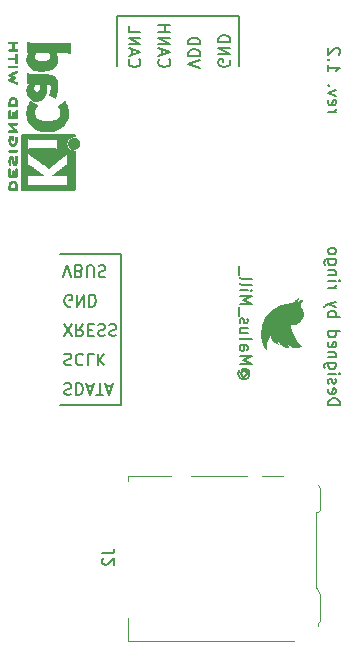
<source format=gbo>
G04 #@! TF.GenerationSoftware,KiCad,Pcbnew,(5.0.2)-1*
G04 #@! TF.CreationDate,2019-10-12T16:15:27+09:00*
G04 #@! TF.ProjectId,High_range_accelerometer,48696768-5f72-4616-9e67-655f61636365,rev?*
G04 #@! TF.SameCoordinates,Original*
G04 #@! TF.FileFunction,Legend,Bot*
G04 #@! TF.FilePolarity,Positive*
%FSLAX46Y46*%
G04 Gerber Fmt 4.6, Leading zero omitted, Abs format (unit mm)*
G04 Created by KiCad (PCBNEW (5.0.2)-1) date 2019/10/12 16:15:27*
%MOMM*%
%LPD*%
G01*
G04 APERTURE LIST*
%ADD10C,0.150000*%
%ADD11C,0.200000*%
%ADD12C,0.120000*%
%ADD13C,0.010000*%
G04 APERTURE END LIST*
D10*
X119537219Y-64285476D02*
X120203885Y-64285476D01*
X120013409Y-64285476D02*
X120108647Y-64237857D01*
X120156266Y-64190238D01*
X120203885Y-64095000D01*
X120203885Y-63999761D01*
X119584838Y-63285476D02*
X119537219Y-63380714D01*
X119537219Y-63571190D01*
X119584838Y-63666428D01*
X119680076Y-63714047D01*
X120061028Y-63714047D01*
X120156266Y-63666428D01*
X120203885Y-63571190D01*
X120203885Y-63380714D01*
X120156266Y-63285476D01*
X120061028Y-63237857D01*
X119965790Y-63237857D01*
X119870552Y-63714047D01*
X120203885Y-62904523D02*
X119537219Y-62666428D01*
X120203885Y-62428333D01*
X119632457Y-62047380D02*
X119584838Y-61999761D01*
X119537219Y-62047380D01*
X119584838Y-62095000D01*
X119632457Y-62047380D01*
X119537219Y-62047380D01*
X119537219Y-60285476D02*
X119537219Y-60856904D01*
X119537219Y-60571190D02*
X120537219Y-60571190D01*
X120394361Y-60666428D01*
X120299123Y-60761666D01*
X120251504Y-60856904D01*
X119632457Y-59856904D02*
X119584838Y-59809285D01*
X119537219Y-59856904D01*
X119584838Y-59904523D01*
X119632457Y-59856904D01*
X119537219Y-59856904D01*
X120441980Y-59428333D02*
X120489600Y-59380714D01*
X120537219Y-59285476D01*
X120537219Y-59047380D01*
X120489600Y-58952142D01*
X120441980Y-58904523D01*
X120346742Y-58856904D01*
X120251504Y-58856904D01*
X120108647Y-58904523D01*
X119537219Y-59475952D01*
X119537219Y-58856904D01*
D11*
X96875600Y-89103200D02*
X102006400Y-89103200D01*
X102006400Y-76327000D02*
X102006400Y-89103200D01*
X96875600Y-76327000D02*
X102006400Y-76327000D01*
D10*
X97218666Y-87295238D02*
X97361523Y-87247619D01*
X97599618Y-87247619D01*
X97694856Y-87295238D01*
X97742476Y-87342857D01*
X97790095Y-87438095D01*
X97790095Y-87533333D01*
X97742476Y-87628571D01*
X97694856Y-87676190D01*
X97599618Y-87723809D01*
X97409142Y-87771428D01*
X97313904Y-87819047D01*
X97266285Y-87866666D01*
X97218666Y-87961904D01*
X97218666Y-88057142D01*
X97266285Y-88152380D01*
X97313904Y-88200000D01*
X97409142Y-88247619D01*
X97647237Y-88247619D01*
X97790095Y-88200000D01*
X98218666Y-87247619D02*
X98218666Y-88247619D01*
X98456761Y-88247619D01*
X98599618Y-88200000D01*
X98694856Y-88104761D01*
X98742476Y-88009523D01*
X98790095Y-87819047D01*
X98790095Y-87676190D01*
X98742476Y-87485714D01*
X98694856Y-87390476D01*
X98599618Y-87295238D01*
X98456761Y-87247619D01*
X98218666Y-87247619D01*
X99171047Y-87533333D02*
X99647237Y-87533333D01*
X99075809Y-87247619D02*
X99409142Y-88247619D01*
X99742476Y-87247619D01*
X99932952Y-88247619D02*
X100504380Y-88247619D01*
X100218666Y-87247619D02*
X100218666Y-88247619D01*
X100790095Y-87533333D02*
X101266285Y-87533333D01*
X100694856Y-87247619D02*
X101028190Y-88247619D01*
X101361523Y-87247619D01*
X97218666Y-84801238D02*
X97361523Y-84753619D01*
X97599619Y-84753619D01*
X97694857Y-84801238D01*
X97742476Y-84848857D01*
X97790095Y-84944095D01*
X97790095Y-85039333D01*
X97742476Y-85134571D01*
X97694857Y-85182190D01*
X97599619Y-85229809D01*
X97409143Y-85277428D01*
X97313904Y-85325047D01*
X97266285Y-85372666D01*
X97218666Y-85467904D01*
X97218666Y-85563142D01*
X97266285Y-85658380D01*
X97313904Y-85706000D01*
X97409143Y-85753619D01*
X97647238Y-85753619D01*
X97790095Y-85706000D01*
X98790095Y-84848857D02*
X98742476Y-84801238D01*
X98599619Y-84753619D01*
X98504381Y-84753619D01*
X98361523Y-84801238D01*
X98266285Y-84896476D01*
X98218666Y-84991714D01*
X98171047Y-85182190D01*
X98171047Y-85325047D01*
X98218666Y-85515523D01*
X98266285Y-85610761D01*
X98361523Y-85706000D01*
X98504381Y-85753619D01*
X98599619Y-85753619D01*
X98742476Y-85706000D01*
X98790095Y-85658380D01*
X99694857Y-84753619D02*
X99218666Y-84753619D01*
X99218666Y-85753619D01*
X100028190Y-84753619D02*
X100028190Y-85753619D01*
X100599619Y-84753619D02*
X100171047Y-85325047D01*
X100599619Y-85753619D02*
X100028190Y-85182190D01*
X97171047Y-83259619D02*
X97837714Y-82259619D01*
X97837714Y-83259619D02*
X97171047Y-82259619D01*
X98790095Y-82259619D02*
X98456762Y-82735809D01*
X98218666Y-82259619D02*
X98218666Y-83259619D01*
X98599619Y-83259619D01*
X98694857Y-83212000D01*
X98742476Y-83164380D01*
X98790095Y-83069142D01*
X98790095Y-82926285D01*
X98742476Y-82831047D01*
X98694857Y-82783428D01*
X98599619Y-82735809D01*
X98218666Y-82735809D01*
X99218666Y-82783428D02*
X99552000Y-82783428D01*
X99694857Y-82259619D02*
X99218666Y-82259619D01*
X99218666Y-83259619D01*
X99694857Y-83259619D01*
X100075809Y-82307238D02*
X100218666Y-82259619D01*
X100456762Y-82259619D01*
X100552000Y-82307238D01*
X100599619Y-82354857D01*
X100647238Y-82450095D01*
X100647238Y-82545333D01*
X100599619Y-82640571D01*
X100552000Y-82688190D01*
X100456762Y-82735809D01*
X100266285Y-82783428D01*
X100171047Y-82831047D01*
X100123428Y-82878666D01*
X100075809Y-82973904D01*
X100075809Y-83069142D01*
X100123428Y-83164380D01*
X100171047Y-83212000D01*
X100266285Y-83259619D01*
X100504381Y-83259619D01*
X100647238Y-83212000D01*
X101028190Y-82307238D02*
X101171047Y-82259619D01*
X101409143Y-82259619D01*
X101504381Y-82307238D01*
X101552000Y-82354857D01*
X101599619Y-82450095D01*
X101599619Y-82545333D01*
X101552000Y-82640571D01*
X101504381Y-82688190D01*
X101409143Y-82735809D01*
X101218666Y-82783428D01*
X101123428Y-82831047D01*
X101075809Y-82878666D01*
X101028190Y-82973904D01*
X101028190Y-83069142D01*
X101075809Y-83164380D01*
X101123428Y-83212000D01*
X101218666Y-83259619D01*
X101456762Y-83259619D01*
X101599619Y-83212000D01*
X97790095Y-80718000D02*
X97694857Y-80765619D01*
X97552000Y-80765619D01*
X97409142Y-80718000D01*
X97313904Y-80622761D01*
X97266285Y-80527523D01*
X97218666Y-80337047D01*
X97218666Y-80194190D01*
X97266285Y-80003714D01*
X97313904Y-79908476D01*
X97409142Y-79813238D01*
X97552000Y-79765619D01*
X97647238Y-79765619D01*
X97790095Y-79813238D01*
X97837714Y-79860857D01*
X97837714Y-80194190D01*
X97647238Y-80194190D01*
X98266285Y-79765619D02*
X98266285Y-80765619D01*
X98837714Y-79765619D01*
X98837714Y-80765619D01*
X99313904Y-79765619D02*
X99313904Y-80765619D01*
X99552000Y-80765619D01*
X99694857Y-80718000D01*
X99790095Y-80622761D01*
X99837714Y-80527523D01*
X99885333Y-80337047D01*
X99885333Y-80194190D01*
X99837714Y-80003714D01*
X99790095Y-79908476D01*
X99694857Y-79813238D01*
X99552000Y-79765619D01*
X99313904Y-79765619D01*
X97123428Y-78271619D02*
X97456762Y-77271619D01*
X97790095Y-78271619D01*
X98456762Y-77795428D02*
X98599619Y-77747809D01*
X98647238Y-77700190D01*
X98694857Y-77604952D01*
X98694857Y-77462095D01*
X98647238Y-77366857D01*
X98599619Y-77319238D01*
X98504381Y-77271619D01*
X98123428Y-77271619D01*
X98123428Y-78271619D01*
X98456762Y-78271619D01*
X98552000Y-78224000D01*
X98599619Y-78176380D01*
X98647238Y-78081142D01*
X98647238Y-77985904D01*
X98599619Y-77890666D01*
X98552000Y-77843047D01*
X98456762Y-77795428D01*
X98123428Y-77795428D01*
X99123428Y-78271619D02*
X99123428Y-77462095D01*
X99171047Y-77366857D01*
X99218666Y-77319238D01*
X99313904Y-77271619D01*
X99504381Y-77271619D01*
X99599619Y-77319238D01*
X99647238Y-77366857D01*
X99694857Y-77462095D01*
X99694857Y-78271619D01*
X100123428Y-77319238D02*
X100266285Y-77271619D01*
X100504381Y-77271619D01*
X100599619Y-77319238D01*
X100647238Y-77366857D01*
X100694857Y-77462095D01*
X100694857Y-77557333D01*
X100647238Y-77652571D01*
X100599619Y-77700190D01*
X100504381Y-77747809D01*
X100313904Y-77795428D01*
X100218666Y-77843047D01*
X100171047Y-77890666D01*
X100123428Y-77985904D01*
X100123428Y-78081142D01*
X100171047Y-78176380D01*
X100218666Y-78224000D01*
X100313904Y-78271619D01*
X100552000Y-78271619D01*
X100694857Y-78224000D01*
X112550409Y-86262609D02*
X112598028Y-86310228D01*
X112645647Y-86405466D01*
X112645647Y-86500704D01*
X112598028Y-86595942D01*
X112550409Y-86643561D01*
X112455171Y-86691180D01*
X112359933Y-86691180D01*
X112264695Y-86643561D01*
X112217076Y-86595942D01*
X112169457Y-86500704D01*
X112169457Y-86405466D01*
X112217076Y-86310228D01*
X112264695Y-86262609D01*
X112645647Y-86262609D02*
X112264695Y-86262609D01*
X112217076Y-86214990D01*
X112217076Y-86167371D01*
X112264695Y-86072133D01*
X112359933Y-86024514D01*
X112598028Y-86024514D01*
X112740885Y-86119752D01*
X112836123Y-86262609D01*
X112883742Y-86453085D01*
X112836123Y-86643561D01*
X112740885Y-86786419D01*
X112598028Y-86881657D01*
X112407552Y-86929276D01*
X112217076Y-86881657D01*
X112074219Y-86786419D01*
X111978980Y-86643561D01*
X111931361Y-86453085D01*
X111978980Y-86262609D01*
X112074219Y-86119752D01*
X112074219Y-85595942D02*
X113074219Y-85595942D01*
X112359933Y-85262609D01*
X113074219Y-84929276D01*
X112074219Y-84929276D01*
X112074219Y-84024514D02*
X112598028Y-84024514D01*
X112693266Y-84072133D01*
X112740885Y-84167371D01*
X112740885Y-84357847D01*
X112693266Y-84453085D01*
X112121838Y-84024514D02*
X112074219Y-84119752D01*
X112074219Y-84357847D01*
X112121838Y-84453085D01*
X112217076Y-84500704D01*
X112312314Y-84500704D01*
X112407552Y-84453085D01*
X112455171Y-84357847D01*
X112455171Y-84119752D01*
X112502790Y-84024514D01*
X112074219Y-83405466D02*
X112121838Y-83500704D01*
X112217076Y-83548323D01*
X113074219Y-83548323D01*
X112740885Y-82595942D02*
X112074219Y-82595942D01*
X112740885Y-83024514D02*
X112217076Y-83024514D01*
X112121838Y-82976895D01*
X112074219Y-82881657D01*
X112074219Y-82738800D01*
X112121838Y-82643561D01*
X112169457Y-82595942D01*
X112121838Y-82167371D02*
X112074219Y-82072133D01*
X112074219Y-81881657D01*
X112121838Y-81786419D01*
X112217076Y-81738800D01*
X112264695Y-81738800D01*
X112359933Y-81786419D01*
X112407552Y-81881657D01*
X112407552Y-82024514D01*
X112455171Y-82119752D01*
X112550409Y-82167371D01*
X112598028Y-82167371D01*
X112693266Y-82119752D01*
X112740885Y-82024514D01*
X112740885Y-81881657D01*
X112693266Y-81786419D01*
X111978980Y-81548323D02*
X111978980Y-80786419D01*
X112074219Y-80548323D02*
X113074219Y-80548323D01*
X112359933Y-80214990D01*
X113074219Y-79881657D01*
X112074219Y-79881657D01*
X112074219Y-79405466D02*
X112740885Y-79405466D01*
X113074219Y-79405466D02*
X113026600Y-79453085D01*
X112978980Y-79405466D01*
X113026600Y-79357847D01*
X113074219Y-79405466D01*
X112978980Y-79405466D01*
X112074219Y-78786419D02*
X112121838Y-78881657D01*
X112217076Y-78929276D01*
X113074219Y-78929276D01*
X112074219Y-78262609D02*
X112121838Y-78357847D01*
X112217076Y-78405466D01*
X113074219Y-78405466D01*
X111978980Y-78119752D02*
X111978980Y-77357847D01*
X119547619Y-89114404D02*
X120547619Y-89114404D01*
X120547619Y-88876309D01*
X120500000Y-88733452D01*
X120404761Y-88638214D01*
X120309523Y-88590595D01*
X120119047Y-88542976D01*
X119976190Y-88542976D01*
X119785714Y-88590595D01*
X119690476Y-88638214D01*
X119595238Y-88733452D01*
X119547619Y-88876309D01*
X119547619Y-89114404D01*
X119595238Y-87733452D02*
X119547619Y-87828690D01*
X119547619Y-88019166D01*
X119595238Y-88114404D01*
X119690476Y-88162023D01*
X120071428Y-88162023D01*
X120166666Y-88114404D01*
X120214285Y-88019166D01*
X120214285Y-87828690D01*
X120166666Y-87733452D01*
X120071428Y-87685833D01*
X119976190Y-87685833D01*
X119880952Y-88162023D01*
X119595238Y-87304880D02*
X119547619Y-87209642D01*
X119547619Y-87019166D01*
X119595238Y-86923928D01*
X119690476Y-86876309D01*
X119738095Y-86876309D01*
X119833333Y-86923928D01*
X119880952Y-87019166D01*
X119880952Y-87162023D01*
X119928571Y-87257261D01*
X120023809Y-87304880D01*
X120071428Y-87304880D01*
X120166666Y-87257261D01*
X120214285Y-87162023D01*
X120214285Y-87019166D01*
X120166666Y-86923928D01*
X119547619Y-86447738D02*
X120214285Y-86447738D01*
X120547619Y-86447738D02*
X120500000Y-86495357D01*
X120452380Y-86447738D01*
X120500000Y-86400119D01*
X120547619Y-86447738D01*
X120452380Y-86447738D01*
X120214285Y-85542976D02*
X119404761Y-85542976D01*
X119309523Y-85590595D01*
X119261904Y-85638214D01*
X119214285Y-85733452D01*
X119214285Y-85876309D01*
X119261904Y-85971547D01*
X119595238Y-85542976D02*
X119547619Y-85638214D01*
X119547619Y-85828690D01*
X119595238Y-85923928D01*
X119642857Y-85971547D01*
X119738095Y-86019166D01*
X120023809Y-86019166D01*
X120119047Y-85971547D01*
X120166666Y-85923928D01*
X120214285Y-85828690D01*
X120214285Y-85638214D01*
X120166666Y-85542976D01*
X120214285Y-85066785D02*
X119547619Y-85066785D01*
X120119047Y-85066785D02*
X120166666Y-85019166D01*
X120214285Y-84923928D01*
X120214285Y-84781071D01*
X120166666Y-84685833D01*
X120071428Y-84638214D01*
X119547619Y-84638214D01*
X119595238Y-83781071D02*
X119547619Y-83876309D01*
X119547619Y-84066785D01*
X119595238Y-84162023D01*
X119690476Y-84209642D01*
X120071428Y-84209642D01*
X120166666Y-84162023D01*
X120214285Y-84066785D01*
X120214285Y-83876309D01*
X120166666Y-83781071D01*
X120071428Y-83733452D01*
X119976190Y-83733452D01*
X119880952Y-84209642D01*
X119547619Y-82876309D02*
X120547619Y-82876309D01*
X119595238Y-82876309D02*
X119547619Y-82971547D01*
X119547619Y-83162023D01*
X119595238Y-83257261D01*
X119642857Y-83304880D01*
X119738095Y-83352500D01*
X120023809Y-83352500D01*
X120119047Y-83304880D01*
X120166666Y-83257261D01*
X120214285Y-83162023D01*
X120214285Y-82971547D01*
X120166666Y-82876309D01*
X119547619Y-81638214D02*
X120547619Y-81638214D01*
X120166666Y-81638214D02*
X120214285Y-81542976D01*
X120214285Y-81352500D01*
X120166666Y-81257261D01*
X120119047Y-81209642D01*
X120023809Y-81162023D01*
X119738095Y-81162023D01*
X119642857Y-81209642D01*
X119595238Y-81257261D01*
X119547619Y-81352500D01*
X119547619Y-81542976D01*
X119595238Y-81638214D01*
X120214285Y-80828690D02*
X119547619Y-80590595D01*
X120214285Y-80352500D02*
X119547619Y-80590595D01*
X119309523Y-80685833D01*
X119261904Y-80733452D01*
X119214285Y-80828690D01*
X119547619Y-79209642D02*
X120214285Y-79209642D01*
X120023809Y-79209642D02*
X120119047Y-79162023D01*
X120166666Y-79114404D01*
X120214285Y-79019166D01*
X120214285Y-78923928D01*
X119547619Y-78590595D02*
X120214285Y-78590595D01*
X120547619Y-78590595D02*
X120500000Y-78638214D01*
X120452380Y-78590595D01*
X120500000Y-78542976D01*
X120547619Y-78590595D01*
X120452380Y-78590595D01*
X120214285Y-78114404D02*
X119547619Y-78114404D01*
X120119047Y-78114404D02*
X120166666Y-78066785D01*
X120214285Y-77971547D01*
X120214285Y-77828690D01*
X120166666Y-77733452D01*
X120071428Y-77685833D01*
X119547619Y-77685833D01*
X120214285Y-76781071D02*
X119404761Y-76781071D01*
X119309523Y-76828690D01*
X119261904Y-76876309D01*
X119214285Y-76971547D01*
X119214285Y-77114404D01*
X119261904Y-77209642D01*
X119595238Y-76781071D02*
X119547619Y-76876309D01*
X119547619Y-77066785D01*
X119595238Y-77162023D01*
X119642857Y-77209642D01*
X119738095Y-77257261D01*
X120023809Y-77257261D01*
X120119047Y-77209642D01*
X120166666Y-77162023D01*
X120214285Y-77066785D01*
X120214285Y-76876309D01*
X120166666Y-76781071D01*
X119547619Y-76162023D02*
X119595238Y-76257261D01*
X119642857Y-76304880D01*
X119738095Y-76352500D01*
X120023809Y-76352500D01*
X120119047Y-76304880D01*
X120166666Y-76257261D01*
X120214285Y-76162023D01*
X120214285Y-76019166D01*
X120166666Y-75923928D01*
X120119047Y-75876309D01*
X120023809Y-75828690D01*
X119738095Y-75828690D01*
X119642857Y-75876309D01*
X119595238Y-75923928D01*
X119547619Y-76019166D01*
X119547619Y-76162023D01*
D11*
X101700000Y-56200000D02*
X101700000Y-60400000D01*
X112000000Y-56200000D02*
X112000000Y-60400000D01*
X101700000Y-56200000D02*
X112000000Y-56200000D01*
D10*
X102742857Y-59847619D02*
X102695238Y-59895238D01*
X102647619Y-60038095D01*
X102647619Y-60133333D01*
X102695238Y-60276190D01*
X102790476Y-60371428D01*
X102885714Y-60419047D01*
X103076190Y-60466666D01*
X103219047Y-60466666D01*
X103409523Y-60419047D01*
X103504761Y-60371428D01*
X103600000Y-60276190D01*
X103647619Y-60133333D01*
X103647619Y-60038095D01*
X103600000Y-59895238D01*
X103552380Y-59847619D01*
X102933333Y-59466666D02*
X102933333Y-58990476D01*
X102647619Y-59561904D02*
X103647619Y-59228571D01*
X102647619Y-58895238D01*
X102647619Y-58561904D02*
X103647619Y-58561904D01*
X102647619Y-57990476D01*
X103647619Y-57990476D01*
X102647619Y-57038095D02*
X102647619Y-57514285D01*
X103647619Y-57514285D01*
X105276190Y-59847618D02*
X105228571Y-59895237D01*
X105180952Y-60038094D01*
X105180952Y-60133332D01*
X105228571Y-60276190D01*
X105323809Y-60371428D01*
X105419047Y-60419047D01*
X105609523Y-60466666D01*
X105752380Y-60466666D01*
X105942856Y-60419047D01*
X106038094Y-60371428D01*
X106133333Y-60276190D01*
X106180952Y-60133332D01*
X106180952Y-60038094D01*
X106133333Y-59895237D01*
X106085713Y-59847618D01*
X105466666Y-59466666D02*
X105466666Y-58990475D01*
X105180952Y-59561904D02*
X106180952Y-59228571D01*
X105180952Y-58895237D01*
X105180952Y-58561904D02*
X106180952Y-58561904D01*
X105180952Y-57990475D01*
X106180952Y-57990475D01*
X105180952Y-57514285D02*
X106180952Y-57514285D01*
X105704761Y-57514285D02*
X105704761Y-56942856D01*
X105180952Y-56942856D02*
X106180952Y-56942856D01*
X111200000Y-59895237D02*
X111247619Y-59990475D01*
X111247619Y-60133333D01*
X111200000Y-60276190D01*
X111104761Y-60371428D01*
X111009523Y-60419047D01*
X110819047Y-60466666D01*
X110676190Y-60466666D01*
X110485714Y-60419047D01*
X110390476Y-60371428D01*
X110295238Y-60276190D01*
X110247619Y-60133333D01*
X110247619Y-60038094D01*
X110295238Y-59895237D01*
X110342857Y-59847618D01*
X110676190Y-59847618D01*
X110676190Y-60038094D01*
X110247619Y-59419047D02*
X111247619Y-59419047D01*
X110247619Y-58847618D01*
X111247619Y-58847618D01*
X110247619Y-58371428D02*
X111247619Y-58371428D01*
X111247619Y-58133333D01*
X111200000Y-57990475D01*
X111104761Y-57895237D01*
X111009523Y-57847618D01*
X110819047Y-57799999D01*
X110676190Y-57799999D01*
X110485714Y-57847618D01*
X110390476Y-57895237D01*
X110295238Y-57990475D01*
X110247619Y-58133333D01*
X110247619Y-58371428D01*
X108714285Y-60561904D02*
X107714285Y-60228571D01*
X108714285Y-59895237D01*
X107714285Y-59561904D02*
X108714285Y-59561904D01*
X108714285Y-59323809D01*
X108666666Y-59180951D01*
X108571427Y-59085713D01*
X108476189Y-59038094D01*
X108285713Y-58990475D01*
X108142856Y-58990475D01*
X107952380Y-59038094D01*
X107857142Y-59085713D01*
X107761904Y-59180951D01*
X107714285Y-59323809D01*
X107714285Y-59561904D01*
X107714285Y-58561904D02*
X108714285Y-58561904D01*
X108714285Y-58323809D01*
X108666666Y-58180951D01*
X108571427Y-58085713D01*
X108476189Y-58038094D01*
X108285713Y-57990475D01*
X108142856Y-57990475D01*
X107952380Y-58038094D01*
X107857142Y-58085713D01*
X107761904Y-58180951D01*
X107714285Y-58323809D01*
X107714285Y-58561904D01*
D12*
G04 #@! TO.C,J2*
X118900400Y-105062200D02*
X118550400Y-104552200D01*
X118700400Y-107572200D02*
X118700400Y-107832200D01*
X118900400Y-107372200D02*
X118700400Y-107572200D01*
X118900400Y-97972200D02*
X118700400Y-98182200D01*
X118550400Y-98182200D02*
X118700400Y-98182200D01*
X118550400Y-98182200D02*
X118550400Y-104552200D01*
X113940400Y-95082200D02*
X115740400Y-95082200D01*
X107940400Y-95082200D02*
X112640400Y-95082200D01*
X118900400Y-96112200D02*
X118700400Y-95912200D01*
X118900400Y-96112200D02*
X118900400Y-97972200D01*
X118900400Y-107372200D02*
X118900400Y-105062200D01*
X102630400Y-95082200D02*
X106240400Y-95082200D01*
X102630400Y-95532200D02*
X102630400Y-95082200D01*
X102630400Y-109052200D02*
X116640400Y-109052200D01*
X102630400Y-107132200D02*
X102630400Y-109052200D01*
D13*
G04 #@! TO.C,G\002A\002A\002A*
G36*
X114278833Y-84361866D02*
X114274600Y-84366100D01*
X114278833Y-84370333D01*
X114283067Y-84366100D01*
X114278833Y-84361866D01*
X114278833Y-84361866D01*
G37*
X114278833Y-84361866D02*
X114274600Y-84366100D01*
X114278833Y-84370333D01*
X114283067Y-84366100D01*
X114278833Y-84361866D01*
G36*
X117387241Y-81229327D02*
X117358272Y-81112913D01*
X117314229Y-81001559D01*
X117255692Y-80896976D01*
X117183241Y-80800873D01*
X117162772Y-80778104D01*
X117125089Y-80737641D01*
X117139738Y-80669470D01*
X117159657Y-80592015D01*
X117187387Y-80506196D01*
X117220950Y-80417471D01*
X117258369Y-80331293D01*
X117274414Y-80297867D01*
X117293588Y-80259113D01*
X117310028Y-80225808D01*
X117322286Y-80200889D01*
X117328918Y-80187289D01*
X117329608Y-80185827D01*
X117324895Y-80184033D01*
X117308218Y-80188417D01*
X117282848Y-80197776D01*
X117252062Y-80210906D01*
X117220397Y-80225968D01*
X117119190Y-80285786D01*
X117025979Y-80359051D01*
X116943704Y-80443303D01*
X116910383Y-80485016D01*
X116887610Y-80514852D01*
X116868632Y-80538477D01*
X116855599Y-80553292D01*
X116850765Y-80556987D01*
X116850247Y-80546752D01*
X116853199Y-80522408D01*
X116859211Y-80486329D01*
X116867875Y-80440889D01*
X116878781Y-80388461D01*
X116883631Y-80366281D01*
X116907646Y-80273769D01*
X116939527Y-80175290D01*
X116966114Y-80104681D01*
X116984134Y-80059663D01*
X116897330Y-80125848D01*
X116838872Y-80173429D01*
X116775951Y-80229820D01*
X116712733Y-80290928D01*
X116653387Y-80352657D01*
X116602078Y-80410917D01*
X116582715Y-80434920D01*
X116532863Y-80498929D01*
X116345648Y-80503482D01*
X116185762Y-80511806D01*
X116032739Y-80529305D01*
X115882464Y-80556786D01*
X115730826Y-80595058D01*
X115573709Y-80644928D01*
X115510733Y-80667448D01*
X115415457Y-80706169D01*
X115311985Y-80754738D01*
X115204077Y-80811010D01*
X115095492Y-80872841D01*
X114989989Y-80938085D01*
X114891328Y-81004599D01*
X114803267Y-81070238D01*
X114799533Y-81073201D01*
X114760196Y-81106411D01*
X114712748Y-81149479D01*
X114660146Y-81199447D01*
X114605349Y-81253359D01*
X114551313Y-81308256D01*
X114500997Y-81361182D01*
X114457359Y-81409179D01*
X114423356Y-81449291D01*
X114423322Y-81449333D01*
X114306229Y-81608904D01*
X114202692Y-81778139D01*
X114113178Y-81955959D01*
X114038155Y-82141282D01*
X113978092Y-82333029D01*
X113933458Y-82530117D01*
X113919840Y-82611452D01*
X113907922Y-82705366D01*
X113898665Y-82808519D01*
X113892438Y-82914555D01*
X113889611Y-83017120D01*
X113890554Y-83109860D01*
X113890667Y-83113033D01*
X113906580Y-83318275D01*
X113939149Y-83520985D01*
X113988197Y-83720474D01*
X114053547Y-83916053D01*
X114135022Y-84107033D01*
X114158117Y-84154433D01*
X114176506Y-84190337D01*
X114196850Y-84228618D01*
X114217503Y-84266352D01*
X114236820Y-84300618D01*
X114253154Y-84328494D01*
X114264858Y-84347055D01*
X114270188Y-84353400D01*
X114270848Y-84345370D01*
X114271411Y-84323024D01*
X114271845Y-84288980D01*
X114272116Y-84245857D01*
X114272191Y-84196271D01*
X114272190Y-84194650D01*
X114272743Y-84137459D01*
X114274353Y-84079559D01*
X114276816Y-84025666D01*
X114279927Y-83980497D01*
X114282527Y-83955467D01*
X114313528Y-83782034D01*
X114360696Y-83613433D01*
X114423814Y-83450219D01*
X114502663Y-83292951D01*
X114597026Y-83142187D01*
X114604800Y-83131047D01*
X114651366Y-83064814D01*
X114661622Y-83146749D01*
X114683791Y-83268357D01*
X114719013Y-83380001D01*
X114768109Y-83483427D01*
X114831902Y-83580382D01*
X114907008Y-83668235D01*
X114975553Y-83731938D01*
X115053097Y-83790206D01*
X115134848Y-83839869D01*
X115216017Y-83877759D01*
X115233726Y-83884344D01*
X115266648Y-83895960D01*
X115260306Y-83860096D01*
X115255991Y-83820591D01*
X115254265Y-83769773D01*
X115254957Y-83713038D01*
X115257894Y-83655781D01*
X115262904Y-83603395D01*
X115269815Y-83561275D01*
X115269852Y-83561108D01*
X115284638Y-83494649D01*
X115311341Y-83579008D01*
X115345083Y-83672621D01*
X115384140Y-83754302D01*
X115431354Y-83828871D01*
X115489563Y-83901146D01*
X115521504Y-83935671D01*
X115612679Y-84018909D01*
X115712165Y-84087476D01*
X115819462Y-84141106D01*
X115934072Y-84179533D01*
X116009642Y-84195788D01*
X116049337Y-84201928D01*
X116087179Y-84206641D01*
X116117042Y-84209204D01*
X116125614Y-84209466D01*
X116161777Y-84209466D01*
X116137217Y-84156550D01*
X116112536Y-84095054D01*
X116090218Y-84023946D01*
X116072316Y-83950544D01*
X116061376Y-83886204D01*
X116057083Y-83846837D01*
X116056272Y-83822862D01*
X116059190Y-83813046D01*
X116066081Y-83816161D01*
X116073501Y-83825518D01*
X116139051Y-83907034D01*
X116216620Y-83983109D01*
X116301312Y-84049065D01*
X116321086Y-84062183D01*
X116420503Y-84116360D01*
X116528509Y-84157677D01*
X116641897Y-84185424D01*
X116757460Y-84198890D01*
X116871991Y-84197365D01*
X116911774Y-84193087D01*
X116960330Y-84184352D01*
X117016619Y-84170696D01*
X117075351Y-84153721D01*
X117131234Y-84135027D01*
X117178979Y-84116219D01*
X117202426Y-84105070D01*
X117238886Y-84085870D01*
X117142849Y-84000200D01*
X117082622Y-83943741D01*
X117017677Y-83878147D01*
X116952672Y-83808387D01*
X116892263Y-83739426D01*
X116850843Y-83688766D01*
X116731580Y-83523453D01*
X116626111Y-83348909D01*
X116534941Y-83166394D01*
X116458574Y-82977171D01*
X116397514Y-82782502D01*
X116352266Y-82583648D01*
X116323336Y-82381871D01*
X116321776Y-82366005D01*
X116318434Y-82325824D01*
X116316515Y-82291950D01*
X116316150Y-82267835D01*
X116317473Y-82256928D01*
X116317587Y-82256790D01*
X116328164Y-82255276D01*
X116350640Y-82256632D01*
X116380279Y-82260560D01*
X116382168Y-82260868D01*
X116498938Y-82271819D01*
X116614718Y-82266618D01*
X116728028Y-82246040D01*
X116837387Y-82210860D01*
X116941315Y-82161853D01*
X117038332Y-82099793D01*
X117126958Y-82025456D01*
X117205711Y-81939615D01*
X117273113Y-81843046D01*
X117309936Y-81775300D01*
X117345257Y-81696223D01*
X117370475Y-81622882D01*
X117387401Y-81548983D01*
X117397637Y-81470500D01*
X117400556Y-81349093D01*
X117387241Y-81229327D01*
X117387241Y-81229327D01*
G37*
X117387241Y-81229327D02*
X117358272Y-81112913D01*
X117314229Y-81001559D01*
X117255692Y-80896976D01*
X117183241Y-80800873D01*
X117162772Y-80778104D01*
X117125089Y-80737641D01*
X117139738Y-80669470D01*
X117159657Y-80592015D01*
X117187387Y-80506196D01*
X117220950Y-80417471D01*
X117258369Y-80331293D01*
X117274414Y-80297867D01*
X117293588Y-80259113D01*
X117310028Y-80225808D01*
X117322286Y-80200889D01*
X117328918Y-80187289D01*
X117329608Y-80185827D01*
X117324895Y-80184033D01*
X117308218Y-80188417D01*
X117282848Y-80197776D01*
X117252062Y-80210906D01*
X117220397Y-80225968D01*
X117119190Y-80285786D01*
X117025979Y-80359051D01*
X116943704Y-80443303D01*
X116910383Y-80485016D01*
X116887610Y-80514852D01*
X116868632Y-80538477D01*
X116855599Y-80553292D01*
X116850765Y-80556987D01*
X116850247Y-80546752D01*
X116853199Y-80522408D01*
X116859211Y-80486329D01*
X116867875Y-80440889D01*
X116878781Y-80388461D01*
X116883631Y-80366281D01*
X116907646Y-80273769D01*
X116939527Y-80175290D01*
X116966114Y-80104681D01*
X116984134Y-80059663D01*
X116897330Y-80125848D01*
X116838872Y-80173429D01*
X116775951Y-80229820D01*
X116712733Y-80290928D01*
X116653387Y-80352657D01*
X116602078Y-80410917D01*
X116582715Y-80434920D01*
X116532863Y-80498929D01*
X116345648Y-80503482D01*
X116185762Y-80511806D01*
X116032739Y-80529305D01*
X115882464Y-80556786D01*
X115730826Y-80595058D01*
X115573709Y-80644928D01*
X115510733Y-80667448D01*
X115415457Y-80706169D01*
X115311985Y-80754738D01*
X115204077Y-80811010D01*
X115095492Y-80872841D01*
X114989989Y-80938085D01*
X114891328Y-81004599D01*
X114803267Y-81070238D01*
X114799533Y-81073201D01*
X114760196Y-81106411D01*
X114712748Y-81149479D01*
X114660146Y-81199447D01*
X114605349Y-81253359D01*
X114551313Y-81308256D01*
X114500997Y-81361182D01*
X114457359Y-81409179D01*
X114423356Y-81449291D01*
X114423322Y-81449333D01*
X114306229Y-81608904D01*
X114202692Y-81778139D01*
X114113178Y-81955959D01*
X114038155Y-82141282D01*
X113978092Y-82333029D01*
X113933458Y-82530117D01*
X113919840Y-82611452D01*
X113907922Y-82705366D01*
X113898665Y-82808519D01*
X113892438Y-82914555D01*
X113889611Y-83017120D01*
X113890554Y-83109860D01*
X113890667Y-83113033D01*
X113906580Y-83318275D01*
X113939149Y-83520985D01*
X113988197Y-83720474D01*
X114053547Y-83916053D01*
X114135022Y-84107033D01*
X114158117Y-84154433D01*
X114176506Y-84190337D01*
X114196850Y-84228618D01*
X114217503Y-84266352D01*
X114236820Y-84300618D01*
X114253154Y-84328494D01*
X114264858Y-84347055D01*
X114270188Y-84353400D01*
X114270848Y-84345370D01*
X114271411Y-84323024D01*
X114271845Y-84288980D01*
X114272116Y-84245857D01*
X114272191Y-84196271D01*
X114272190Y-84194650D01*
X114272743Y-84137459D01*
X114274353Y-84079559D01*
X114276816Y-84025666D01*
X114279927Y-83980497D01*
X114282527Y-83955467D01*
X114313528Y-83782034D01*
X114360696Y-83613433D01*
X114423814Y-83450219D01*
X114502663Y-83292951D01*
X114597026Y-83142187D01*
X114604800Y-83131047D01*
X114651366Y-83064814D01*
X114661622Y-83146749D01*
X114683791Y-83268357D01*
X114719013Y-83380001D01*
X114768109Y-83483427D01*
X114831902Y-83580382D01*
X114907008Y-83668235D01*
X114975553Y-83731938D01*
X115053097Y-83790206D01*
X115134848Y-83839869D01*
X115216017Y-83877759D01*
X115233726Y-83884344D01*
X115266648Y-83895960D01*
X115260306Y-83860096D01*
X115255991Y-83820591D01*
X115254265Y-83769773D01*
X115254957Y-83713038D01*
X115257894Y-83655781D01*
X115262904Y-83603395D01*
X115269815Y-83561275D01*
X115269852Y-83561108D01*
X115284638Y-83494649D01*
X115311341Y-83579008D01*
X115345083Y-83672621D01*
X115384140Y-83754302D01*
X115431354Y-83828871D01*
X115489563Y-83901146D01*
X115521504Y-83935671D01*
X115612679Y-84018909D01*
X115712165Y-84087476D01*
X115819462Y-84141106D01*
X115934072Y-84179533D01*
X116009642Y-84195788D01*
X116049337Y-84201928D01*
X116087179Y-84206641D01*
X116117042Y-84209204D01*
X116125614Y-84209466D01*
X116161777Y-84209466D01*
X116137217Y-84156550D01*
X116112536Y-84095054D01*
X116090218Y-84023946D01*
X116072316Y-83950544D01*
X116061376Y-83886204D01*
X116057083Y-83846837D01*
X116056272Y-83822862D01*
X116059190Y-83813046D01*
X116066081Y-83816161D01*
X116073501Y-83825518D01*
X116139051Y-83907034D01*
X116216620Y-83983109D01*
X116301312Y-84049065D01*
X116321086Y-84062183D01*
X116420503Y-84116360D01*
X116528509Y-84157677D01*
X116641897Y-84185424D01*
X116757460Y-84198890D01*
X116871991Y-84197365D01*
X116911774Y-84193087D01*
X116960330Y-84184352D01*
X117016619Y-84170696D01*
X117075351Y-84153721D01*
X117131234Y-84135027D01*
X117178979Y-84116219D01*
X117202426Y-84105070D01*
X117238886Y-84085870D01*
X117142849Y-84000200D01*
X117082622Y-83943741D01*
X117017677Y-83878147D01*
X116952672Y-83808387D01*
X116892263Y-83739426D01*
X116850843Y-83688766D01*
X116731580Y-83523453D01*
X116626111Y-83348909D01*
X116534941Y-83166394D01*
X116458574Y-82977171D01*
X116397514Y-82782502D01*
X116352266Y-82583648D01*
X116323336Y-82381871D01*
X116321776Y-82366005D01*
X116318434Y-82325824D01*
X116316515Y-82291950D01*
X116316150Y-82267835D01*
X116317473Y-82256928D01*
X116317587Y-82256790D01*
X116328164Y-82255276D01*
X116350640Y-82256632D01*
X116380279Y-82260560D01*
X116382168Y-82260868D01*
X116498938Y-82271819D01*
X116614718Y-82266618D01*
X116728028Y-82246040D01*
X116837387Y-82210860D01*
X116941315Y-82161853D01*
X117038332Y-82099793D01*
X117126958Y-82025456D01*
X117205711Y-81939615D01*
X117273113Y-81843046D01*
X117309936Y-81775300D01*
X117345257Y-81696223D01*
X117370475Y-81622882D01*
X117387401Y-81548983D01*
X117397637Y-81470500D01*
X117400556Y-81349093D01*
X117387241Y-81229327D01*
G04 #@! TO.C,REF\002A\002A*
G36*
X98452029Y-66890643D02*
X98427791Y-66794368D01*
X98384959Y-66707784D01*
X98325181Y-66632973D01*
X98250106Y-66572018D01*
X98161380Y-66526999D01*
X98065070Y-66500736D01*
X97967805Y-66494886D01*
X97873946Y-66509740D01*
X97786089Y-66543440D01*
X97706830Y-66594128D01*
X97638764Y-66659945D01*
X97584488Y-66739034D01*
X97546598Y-66829534D01*
X97534174Y-66880800D01*
X97526653Y-66925298D01*
X97523681Y-66959599D01*
X97525506Y-66992560D01*
X97532375Y-67033034D01*
X97539350Y-67066131D01*
X97570859Y-67159547D01*
X97621983Y-67243219D01*
X97691171Y-67315265D01*
X97776872Y-67373800D01*
X97804111Y-67387748D01*
X97840478Y-67404186D01*
X97871018Y-67414494D01*
X97903150Y-67420060D01*
X97944293Y-67422269D01*
X97990378Y-67422548D01*
X98074735Y-67418461D01*
X98144014Y-67405046D01*
X98204639Y-67379856D01*
X98263033Y-67340446D01*
X98307298Y-67301898D01*
X98373116Y-67230006D01*
X98418547Y-67154913D01*
X98445750Y-67072162D01*
X98456024Y-66994528D01*
X98452029Y-66890643D01*
X98452029Y-66890643D01*
G37*
X98452029Y-66890643D02*
X98427791Y-66794368D01*
X98384959Y-66707784D01*
X98325181Y-66632973D01*
X98250106Y-66572018D01*
X98161380Y-66526999D01*
X98065070Y-66500736D01*
X97967805Y-66494886D01*
X97873946Y-66509740D01*
X97786089Y-66543440D01*
X97706830Y-66594128D01*
X97638764Y-66659945D01*
X97584488Y-66739034D01*
X97546598Y-66829534D01*
X97534174Y-66880800D01*
X97526653Y-66925298D01*
X97523681Y-66959599D01*
X97525506Y-66992560D01*
X97532375Y-67033034D01*
X97539350Y-67066131D01*
X97570859Y-67159547D01*
X97621983Y-67243219D01*
X97691171Y-67315265D01*
X97776872Y-67373800D01*
X97804111Y-67387748D01*
X97840478Y-67404186D01*
X97871018Y-67414494D01*
X97903150Y-67420060D01*
X97944293Y-67422269D01*
X97990378Y-67422548D01*
X98074735Y-67418461D01*
X98144014Y-67405046D01*
X98204639Y-67379856D01*
X98263033Y-67340446D01*
X98307298Y-67301898D01*
X98373116Y-67230006D01*
X98418547Y-67154913D01*
X98445750Y-67072162D01*
X98456024Y-66994528D01*
X98452029Y-66890643D01*
G36*
X96006355Y-58431093D02*
X95771938Y-58431074D01*
X95558997Y-58431048D01*
X95366432Y-58430975D01*
X95193141Y-58430818D01*
X95038024Y-58430536D01*
X94899980Y-58430091D01*
X94777908Y-58429444D01*
X94670706Y-58428555D01*
X94577274Y-58427387D01*
X94496510Y-58425899D01*
X94427314Y-58424054D01*
X94368585Y-58421811D01*
X94319221Y-58419131D01*
X94278122Y-58415977D01*
X94244187Y-58412308D01*
X94216314Y-58408087D01*
X94193402Y-58403273D01*
X94174351Y-58397827D01*
X94158060Y-58391712D01*
X94143427Y-58384888D01*
X94129351Y-58377315D01*
X94114732Y-58368955D01*
X94105626Y-58363761D01*
X94044911Y-58329496D01*
X94044911Y-59187645D01*
X94140867Y-59187645D01*
X94184230Y-59188376D01*
X94217395Y-59190328D01*
X94235176Y-59193137D01*
X94236822Y-59194379D01*
X94229938Y-59205801D01*
X94212095Y-59228516D01*
X94192721Y-59251215D01*
X94151986Y-59305800D01*
X94110983Y-59375279D01*
X94073477Y-59452330D01*
X94043236Y-59529635D01*
X94033588Y-59560487D01*
X94019022Y-59628984D01*
X94009061Y-59711836D01*
X94004017Y-59801229D01*
X94004204Y-59889352D01*
X94009934Y-59968393D01*
X94015742Y-60006089D01*
X94053803Y-60144186D01*
X94111527Y-60271487D01*
X94188389Y-60387308D01*
X94283861Y-60490963D01*
X94397421Y-60581767D01*
X94508219Y-60648569D01*
X94624975Y-60703436D01*
X94744324Y-60745437D01*
X94870317Y-60775433D01*
X95007006Y-60794289D01*
X95158442Y-60802868D01*
X95235889Y-60803594D01*
X95292666Y-60801500D01*
X95292666Y-59972383D01*
X95199598Y-59972176D01*
X95111908Y-59969263D01*
X95034828Y-59963600D01*
X94973591Y-59955145D01*
X94961250Y-59952562D01*
X94853967Y-59920760D01*
X94766942Y-59879102D01*
X94699958Y-59827237D01*
X94652795Y-59764819D01*
X94625235Y-59691500D01*
X94617059Y-59606931D01*
X94628049Y-59510765D01*
X94643771Y-59447289D01*
X94661961Y-59398146D01*
X94687809Y-59344017D01*
X94711511Y-59303356D01*
X94757879Y-59232800D01*
X95908070Y-59232800D01*
X95951638Y-59300208D01*
X95992560Y-59378733D01*
X96019211Y-59462919D01*
X96031135Y-59548043D01*
X96027878Y-59629384D01*
X96008985Y-59702220D01*
X95993416Y-59734174D01*
X95950419Y-59792099D01*
X95893647Y-59841056D01*
X95821025Y-59882210D01*
X95730479Y-59916726D01*
X95619934Y-59945767D01*
X95614067Y-59947048D01*
X95551812Y-59957219D01*
X95474006Y-59964861D01*
X95385880Y-59969930D01*
X95292666Y-59972383D01*
X95292666Y-60801500D01*
X95448705Y-60795743D01*
X95644541Y-60773798D01*
X95823268Y-60737814D01*
X95984755Y-60687841D01*
X96128874Y-60623932D01*
X96255494Y-60546138D01*
X96364485Y-60454511D01*
X96455717Y-60349103D01*
X96486668Y-60303938D01*
X96542815Y-60202989D01*
X96582426Y-60099699D01*
X96606586Y-59989611D01*
X96616381Y-59868270D01*
X96615335Y-59775764D01*
X96604369Y-59646110D01*
X96582554Y-59533516D01*
X96548886Y-59434725D01*
X96502364Y-59346479D01*
X96468152Y-59297614D01*
X96446238Y-59268247D01*
X96431267Y-59246557D01*
X96426867Y-59238347D01*
X96437696Y-59236732D01*
X96468349Y-59235441D01*
X96516074Y-59234462D01*
X96578121Y-59233783D01*
X96651738Y-59233390D01*
X96734173Y-59233270D01*
X96822675Y-59233412D01*
X96914493Y-59233803D01*
X97006876Y-59234429D01*
X97097072Y-59235280D01*
X97182329Y-59236340D01*
X97259897Y-59237599D01*
X97327024Y-59239044D01*
X97380959Y-59240662D01*
X97418950Y-59242439D01*
X97425933Y-59242931D01*
X97496349Y-59250508D01*
X97551498Y-59262069D01*
X97598619Y-59279808D01*
X97644953Y-59305918D01*
X97654533Y-59312185D01*
X97691222Y-59336617D01*
X97691222Y-58431289D01*
X96006355Y-58431093D01*
X96006355Y-58431093D01*
G37*
X96006355Y-58431093D02*
X95771938Y-58431074D01*
X95558997Y-58431048D01*
X95366432Y-58430975D01*
X95193141Y-58430818D01*
X95038024Y-58430536D01*
X94899980Y-58430091D01*
X94777908Y-58429444D01*
X94670706Y-58428555D01*
X94577274Y-58427387D01*
X94496510Y-58425899D01*
X94427314Y-58424054D01*
X94368585Y-58421811D01*
X94319221Y-58419131D01*
X94278122Y-58415977D01*
X94244187Y-58412308D01*
X94216314Y-58408087D01*
X94193402Y-58403273D01*
X94174351Y-58397827D01*
X94158060Y-58391712D01*
X94143427Y-58384888D01*
X94129351Y-58377315D01*
X94114732Y-58368955D01*
X94105626Y-58363761D01*
X94044911Y-58329496D01*
X94044911Y-59187645D01*
X94140867Y-59187645D01*
X94184230Y-59188376D01*
X94217395Y-59190328D01*
X94235176Y-59193137D01*
X94236822Y-59194379D01*
X94229938Y-59205801D01*
X94212095Y-59228516D01*
X94192721Y-59251215D01*
X94151986Y-59305800D01*
X94110983Y-59375279D01*
X94073477Y-59452330D01*
X94043236Y-59529635D01*
X94033588Y-59560487D01*
X94019022Y-59628984D01*
X94009061Y-59711836D01*
X94004017Y-59801229D01*
X94004204Y-59889352D01*
X94009934Y-59968393D01*
X94015742Y-60006089D01*
X94053803Y-60144186D01*
X94111527Y-60271487D01*
X94188389Y-60387308D01*
X94283861Y-60490963D01*
X94397421Y-60581767D01*
X94508219Y-60648569D01*
X94624975Y-60703436D01*
X94744324Y-60745437D01*
X94870317Y-60775433D01*
X95007006Y-60794289D01*
X95158442Y-60802868D01*
X95235889Y-60803594D01*
X95292666Y-60801500D01*
X95292666Y-59972383D01*
X95199598Y-59972176D01*
X95111908Y-59969263D01*
X95034828Y-59963600D01*
X94973591Y-59955145D01*
X94961250Y-59952562D01*
X94853967Y-59920760D01*
X94766942Y-59879102D01*
X94699958Y-59827237D01*
X94652795Y-59764819D01*
X94625235Y-59691500D01*
X94617059Y-59606931D01*
X94628049Y-59510765D01*
X94643771Y-59447289D01*
X94661961Y-59398146D01*
X94687809Y-59344017D01*
X94711511Y-59303356D01*
X94757879Y-59232800D01*
X95908070Y-59232800D01*
X95951638Y-59300208D01*
X95992560Y-59378733D01*
X96019211Y-59462919D01*
X96031135Y-59548043D01*
X96027878Y-59629384D01*
X96008985Y-59702220D01*
X95993416Y-59734174D01*
X95950419Y-59792099D01*
X95893647Y-59841056D01*
X95821025Y-59882210D01*
X95730479Y-59916726D01*
X95619934Y-59945767D01*
X95614067Y-59947048D01*
X95551812Y-59957219D01*
X95474006Y-59964861D01*
X95385880Y-59969930D01*
X95292666Y-59972383D01*
X95292666Y-60801500D01*
X95448705Y-60795743D01*
X95644541Y-60773798D01*
X95823268Y-60737814D01*
X95984755Y-60687841D01*
X96128874Y-60623932D01*
X96255494Y-60546138D01*
X96364485Y-60454511D01*
X96455717Y-60349103D01*
X96486668Y-60303938D01*
X96542815Y-60202989D01*
X96582426Y-60099699D01*
X96606586Y-59989611D01*
X96616381Y-59868270D01*
X96615335Y-59775764D01*
X96604369Y-59646110D01*
X96582554Y-59533516D01*
X96548886Y-59434725D01*
X96502364Y-59346479D01*
X96468152Y-59297614D01*
X96446238Y-59268247D01*
X96431267Y-59246557D01*
X96426867Y-59238347D01*
X96437696Y-59236732D01*
X96468349Y-59235441D01*
X96516074Y-59234462D01*
X96578121Y-59233783D01*
X96651738Y-59233390D01*
X96734173Y-59233270D01*
X96822675Y-59233412D01*
X96914493Y-59233803D01*
X97006876Y-59234429D01*
X97097072Y-59235280D01*
X97182329Y-59236340D01*
X97259897Y-59237599D01*
X97327024Y-59239044D01*
X97380959Y-59240662D01*
X97418950Y-59242439D01*
X97425933Y-59242931D01*
X97496349Y-59250508D01*
X97551498Y-59262069D01*
X97598619Y-59279808D01*
X97644953Y-59305918D01*
X97654533Y-59312185D01*
X97691222Y-59336617D01*
X97691222Y-58431289D01*
X96006355Y-58431093D01*
G36*
X96612048Y-61944026D02*
X96592033Y-61792108D01*
X96558398Y-61656844D01*
X96510875Y-61537361D01*
X96449195Y-61432785D01*
X96385635Y-61355176D01*
X96311501Y-61286335D01*
X96231729Y-61232594D01*
X96139509Y-61189690D01*
X96096439Y-61174216D01*
X96057458Y-61161356D01*
X96021311Y-61150154D01*
X95986166Y-61140480D01*
X95950190Y-61132204D01*
X95911550Y-61125197D01*
X95868415Y-61119328D01*
X95818951Y-61114469D01*
X95761327Y-61110490D01*
X95693709Y-61107260D01*
X95614266Y-61104651D01*
X95521164Y-61102533D01*
X95412573Y-61100776D01*
X95286658Y-61099251D01*
X95141588Y-61097828D01*
X94998822Y-61096575D01*
X94842632Y-61095249D01*
X94707361Y-61094044D01*
X94591354Y-61092834D01*
X94492955Y-61091494D01*
X94410507Y-61089900D01*
X94342354Y-61087925D01*
X94286840Y-61085444D01*
X94242308Y-61082331D01*
X94207102Y-61078462D01*
X94179566Y-61073711D01*
X94158044Y-61067952D01*
X94140878Y-61061061D01*
X94126414Y-61052911D01*
X94112994Y-61043377D01*
X94098962Y-61032334D01*
X94093529Y-61028034D01*
X94070690Y-61012214D01*
X94055137Y-61005178D01*
X94054678Y-61005156D01*
X94052479Y-61016033D01*
X94050453Y-61047018D01*
X94048658Y-61095643D01*
X94047149Y-61159437D01*
X94045984Y-61235931D01*
X94045220Y-61322656D01*
X94044914Y-61417143D01*
X94044911Y-61428050D01*
X94044911Y-61850943D01*
X94140978Y-61854205D01*
X94237044Y-61857467D01*
X94186057Y-61919556D01*
X94118543Y-62016886D01*
X94063851Y-62126787D01*
X94033622Y-62213251D01*
X94018934Y-62282322D01*
X94008941Y-62365675D01*
X94003954Y-62455441D01*
X94004287Y-62543755D01*
X94010249Y-62622749D01*
X94015962Y-62658978D01*
X94053824Y-62798997D01*
X94108668Y-62925422D01*
X94179676Y-63037340D01*
X94266032Y-63133838D01*
X94366921Y-63214000D01*
X94481524Y-63276913D01*
X94607616Y-63321288D01*
X94664199Y-63333622D01*
X94726398Y-63341232D01*
X94801237Y-63344861D01*
X94835133Y-63345355D01*
X94838318Y-63345290D01*
X94838318Y-62585352D01*
X94763267Y-62576059D01*
X94699440Y-62547872D01*
X94643802Y-62499403D01*
X94639389Y-62494346D01*
X94604563Y-62446052D01*
X94581980Y-62394343D01*
X94570060Y-62333611D01*
X94567217Y-62258248D01*
X94567622Y-62240141D01*
X94570275Y-62186322D01*
X94575691Y-62146292D01*
X94585855Y-62111276D01*
X94602750Y-62072497D01*
X94607928Y-62061855D01*
X94643756Y-62001204D01*
X94686388Y-61954385D01*
X94701627Y-61941648D01*
X94758138Y-61896978D01*
X94954014Y-61896978D01*
X95032661Y-61897514D01*
X95090612Y-61899204D01*
X95129725Y-61902172D01*
X95151859Y-61906543D01*
X95158326Y-61910628D01*
X95161489Y-61926553D01*
X95164112Y-61960336D01*
X95165945Y-62007260D01*
X95166743Y-62062607D01*
X95166758Y-62071494D01*
X95161504Y-62192270D01*
X95145337Y-62294940D01*
X95117639Y-62381494D01*
X95077792Y-62453919D01*
X95030842Y-62508849D01*
X94972955Y-62553396D01*
X94909907Y-62578120D01*
X94838318Y-62585352D01*
X94838318Y-63345290D01*
X94928888Y-63343422D01*
X95007788Y-63335078D01*
X95079010Y-63318832D01*
X95149736Y-63293195D01*
X95202107Y-63269199D01*
X95297404Y-63210580D01*
X95385430Y-63132483D01*
X95464583Y-63037285D01*
X95533260Y-62927362D01*
X95589859Y-62805090D01*
X95632779Y-62672845D01*
X95647718Y-62608178D01*
X95669823Y-62471996D01*
X95684406Y-62323551D01*
X95690787Y-62172095D01*
X95689155Y-62045536D01*
X95682376Y-61883650D01*
X95741355Y-61891070D01*
X95840508Y-61910362D01*
X95921228Y-61941496D01*
X95984134Y-61985331D01*
X96029844Y-62042729D01*
X96058978Y-62114552D01*
X96072153Y-62201659D01*
X96069989Y-62304914D01*
X96065988Y-62342889D01*
X96040820Y-62484080D01*
X95999786Y-62620893D01*
X95961785Y-62715422D01*
X95942410Y-62760582D01*
X95926840Y-62799015D01*
X95917195Y-62825366D01*
X95915148Y-62833054D01*
X95924226Y-62842798D01*
X95953195Y-62859517D01*
X96002383Y-62883368D01*
X96072116Y-62914507D01*
X96162721Y-62953093D01*
X96178511Y-62959690D01*
X96250828Y-62989747D01*
X96316175Y-63016726D01*
X96371694Y-63039464D01*
X96414528Y-63056794D01*
X96441819Y-63067552D01*
X96450658Y-63070659D01*
X96455413Y-63060660D01*
X96460690Y-63034383D01*
X96464369Y-63006111D01*
X96469126Y-62975954D01*
X96478572Y-62928167D01*
X96491780Y-62866988D01*
X96507824Y-62796654D01*
X96525780Y-62721406D01*
X96532803Y-62692845D01*
X96558391Y-62587784D01*
X96578453Y-62500120D01*
X96593631Y-62425532D01*
X96604565Y-62359697D01*
X96611896Y-62298293D01*
X96616265Y-62236998D01*
X96618313Y-62171490D01*
X96618711Y-62113472D01*
X96612048Y-61944026D01*
X96612048Y-61944026D01*
G37*
X96612048Y-61944026D02*
X96592033Y-61792108D01*
X96558398Y-61656844D01*
X96510875Y-61537361D01*
X96449195Y-61432785D01*
X96385635Y-61355176D01*
X96311501Y-61286335D01*
X96231729Y-61232594D01*
X96139509Y-61189690D01*
X96096439Y-61174216D01*
X96057458Y-61161356D01*
X96021311Y-61150154D01*
X95986166Y-61140480D01*
X95950190Y-61132204D01*
X95911550Y-61125197D01*
X95868415Y-61119328D01*
X95818951Y-61114469D01*
X95761327Y-61110490D01*
X95693709Y-61107260D01*
X95614266Y-61104651D01*
X95521164Y-61102533D01*
X95412573Y-61100776D01*
X95286658Y-61099251D01*
X95141588Y-61097828D01*
X94998822Y-61096575D01*
X94842632Y-61095249D01*
X94707361Y-61094044D01*
X94591354Y-61092834D01*
X94492955Y-61091494D01*
X94410507Y-61089900D01*
X94342354Y-61087925D01*
X94286840Y-61085444D01*
X94242308Y-61082331D01*
X94207102Y-61078462D01*
X94179566Y-61073711D01*
X94158044Y-61067952D01*
X94140878Y-61061061D01*
X94126414Y-61052911D01*
X94112994Y-61043377D01*
X94098962Y-61032334D01*
X94093529Y-61028034D01*
X94070690Y-61012214D01*
X94055137Y-61005178D01*
X94054678Y-61005156D01*
X94052479Y-61016033D01*
X94050453Y-61047018D01*
X94048658Y-61095643D01*
X94047149Y-61159437D01*
X94045984Y-61235931D01*
X94045220Y-61322656D01*
X94044914Y-61417143D01*
X94044911Y-61428050D01*
X94044911Y-61850943D01*
X94140978Y-61854205D01*
X94237044Y-61857467D01*
X94186057Y-61919556D01*
X94118543Y-62016886D01*
X94063851Y-62126787D01*
X94033622Y-62213251D01*
X94018934Y-62282322D01*
X94008941Y-62365675D01*
X94003954Y-62455441D01*
X94004287Y-62543755D01*
X94010249Y-62622749D01*
X94015962Y-62658978D01*
X94053824Y-62798997D01*
X94108668Y-62925422D01*
X94179676Y-63037340D01*
X94266032Y-63133838D01*
X94366921Y-63214000D01*
X94481524Y-63276913D01*
X94607616Y-63321288D01*
X94664199Y-63333622D01*
X94726398Y-63341232D01*
X94801237Y-63344861D01*
X94835133Y-63345355D01*
X94838318Y-63345290D01*
X94838318Y-62585352D01*
X94763267Y-62576059D01*
X94699440Y-62547872D01*
X94643802Y-62499403D01*
X94639389Y-62494346D01*
X94604563Y-62446052D01*
X94581980Y-62394343D01*
X94570060Y-62333611D01*
X94567217Y-62258248D01*
X94567622Y-62240141D01*
X94570275Y-62186322D01*
X94575691Y-62146292D01*
X94585855Y-62111276D01*
X94602750Y-62072497D01*
X94607928Y-62061855D01*
X94643756Y-62001204D01*
X94686388Y-61954385D01*
X94701627Y-61941648D01*
X94758138Y-61896978D01*
X94954014Y-61896978D01*
X95032661Y-61897514D01*
X95090612Y-61899204D01*
X95129725Y-61902172D01*
X95151859Y-61906543D01*
X95158326Y-61910628D01*
X95161489Y-61926553D01*
X95164112Y-61960336D01*
X95165945Y-62007260D01*
X95166743Y-62062607D01*
X95166758Y-62071494D01*
X95161504Y-62192270D01*
X95145337Y-62294940D01*
X95117639Y-62381494D01*
X95077792Y-62453919D01*
X95030842Y-62508849D01*
X94972955Y-62553396D01*
X94909907Y-62578120D01*
X94838318Y-62585352D01*
X94838318Y-63345290D01*
X94928888Y-63343422D01*
X95007788Y-63335078D01*
X95079010Y-63318832D01*
X95149736Y-63293195D01*
X95202107Y-63269199D01*
X95297404Y-63210580D01*
X95385430Y-63132483D01*
X95464583Y-63037285D01*
X95533260Y-62927362D01*
X95589859Y-62805090D01*
X95632779Y-62672845D01*
X95647718Y-62608178D01*
X95669823Y-62471996D01*
X95684406Y-62323551D01*
X95690787Y-62172095D01*
X95689155Y-62045536D01*
X95682376Y-61883650D01*
X95741355Y-61891070D01*
X95840508Y-61910362D01*
X95921228Y-61941496D01*
X95984134Y-61985331D01*
X96029844Y-62042729D01*
X96058978Y-62114552D01*
X96072153Y-62201659D01*
X96069989Y-62304914D01*
X96065988Y-62342889D01*
X96040820Y-62484080D01*
X95999786Y-62620893D01*
X95961785Y-62715422D01*
X95942410Y-62760582D01*
X95926840Y-62799015D01*
X95917195Y-62825366D01*
X95915148Y-62833054D01*
X95924226Y-62842798D01*
X95953195Y-62859517D01*
X96002383Y-62883368D01*
X96072116Y-62914507D01*
X96162721Y-62953093D01*
X96178511Y-62959690D01*
X96250828Y-62989747D01*
X96316175Y-63016726D01*
X96371694Y-63039464D01*
X96414528Y-63056794D01*
X96441819Y-63067552D01*
X96450658Y-63070659D01*
X96455413Y-63060660D01*
X96460690Y-63034383D01*
X96464369Y-63006111D01*
X96469126Y-62975954D01*
X96478572Y-62928167D01*
X96491780Y-62866988D01*
X96507824Y-62796654D01*
X96525780Y-62721406D01*
X96532803Y-62692845D01*
X96558391Y-62587784D01*
X96578453Y-62500120D01*
X96593631Y-62425532D01*
X96604565Y-62359697D01*
X96611896Y-62298293D01*
X96616265Y-62236998D01*
X96618313Y-62171490D01*
X96618711Y-62113472D01*
X96612048Y-61944026D01*
G36*
X97529529Y-64289171D02*
X97508355Y-64129030D01*
X97468215Y-63965090D01*
X97408711Y-63795287D01*
X97329446Y-63617557D01*
X97323901Y-63606290D01*
X97295875Y-63548595D01*
X97271798Y-63497048D01*
X97253351Y-63455409D01*
X97242214Y-63427438D01*
X97239667Y-63417867D01*
X97234659Y-63398650D01*
X97230453Y-63394039D01*
X97220020Y-63399142D01*
X97193732Y-63415182D01*
X97154343Y-63440312D01*
X97104609Y-63472686D01*
X97047285Y-63510457D01*
X96985124Y-63551778D01*
X96920882Y-63594802D01*
X96857315Y-63637683D01*
X96797175Y-63678574D01*
X96743220Y-63715629D01*
X96698203Y-63747000D01*
X96664879Y-63770841D01*
X96646003Y-63785306D01*
X96643813Y-63787291D01*
X96648462Y-63797409D01*
X96665638Y-63819750D01*
X96692160Y-63850320D01*
X96706636Y-63866064D01*
X96781918Y-63962553D01*
X96837359Y-64069264D01*
X96872459Y-64184768D01*
X96886720Y-64307638D01*
X96885549Y-64377039D01*
X96868388Y-64498177D01*
X96832506Y-64607395D01*
X96777641Y-64705018D01*
X96703530Y-64791372D01*
X96609912Y-64866785D01*
X96496524Y-64931582D01*
X96409933Y-64968999D01*
X96274234Y-65012852D01*
X96126750Y-65045172D01*
X95971286Y-65066043D01*
X95811644Y-65075549D01*
X95651627Y-65073773D01*
X95495039Y-65060797D01*
X95345682Y-65036706D01*
X95207360Y-65001582D01*
X95083876Y-64955508D01*
X95049622Y-64939227D01*
X94935536Y-64870980D01*
X94839043Y-64790521D01*
X94760930Y-64699030D01*
X94701983Y-64597689D01*
X94662988Y-64487680D01*
X94644732Y-64370185D01*
X94643389Y-64328717D01*
X94654310Y-64207159D01*
X94687126Y-64086722D01*
X94741161Y-63968934D01*
X94815735Y-63855323D01*
X94894061Y-63763915D01*
X94938592Y-63717385D01*
X94641329Y-63536117D01*
X94567167Y-63491020D01*
X94498954Y-63449781D01*
X94439141Y-63413865D01*
X94390180Y-63384734D01*
X94354521Y-63363850D01*
X94334616Y-63352676D01*
X94331521Y-63351225D01*
X94321882Y-63359454D01*
X94304601Y-63385033D01*
X94281317Y-63424727D01*
X94253666Y-63475303D01*
X94223285Y-63533526D01*
X94191810Y-63596163D01*
X94160878Y-63659979D01*
X94132127Y-63721740D01*
X94107192Y-63778212D01*
X94087711Y-63826162D01*
X94079282Y-63849614D01*
X94041467Y-63983379D01*
X94016464Y-64121273D01*
X94003460Y-64268978D01*
X94001132Y-64395767D01*
X94002227Y-64463722D01*
X94004325Y-64529323D01*
X94007166Y-64586753D01*
X94010494Y-64630197D01*
X94012178Y-64644302D01*
X94041013Y-64783316D01*
X94086132Y-64924843D01*
X94144850Y-65062325D01*
X94214480Y-65189206D01*
X94267159Y-65266711D01*
X94375361Y-65394119D01*
X94501929Y-65512422D01*
X94643734Y-65619428D01*
X94797649Y-65712948D01*
X94960547Y-65790790D01*
X95077844Y-65834644D01*
X95261472Y-65884892D01*
X95456019Y-65918391D01*
X95657275Y-65935151D01*
X95861032Y-65935184D01*
X96063079Y-65918499D01*
X96259208Y-65885107D01*
X96445209Y-65835020D01*
X96456797Y-65831203D01*
X96618850Y-65768319D01*
X96766768Y-65691572D01*
X96904735Y-65598358D01*
X97036939Y-65486073D01*
X97082201Y-65442208D01*
X97206143Y-65306066D01*
X97308685Y-65166109D01*
X97390944Y-65020189D01*
X97454036Y-64866158D01*
X97499077Y-64701868D01*
X97516567Y-64606311D01*
X97532134Y-64447577D01*
X97529529Y-64289171D01*
X97529529Y-64289171D01*
G37*
X97529529Y-64289171D02*
X97508355Y-64129030D01*
X97468215Y-63965090D01*
X97408711Y-63795287D01*
X97329446Y-63617557D01*
X97323901Y-63606290D01*
X97295875Y-63548595D01*
X97271798Y-63497048D01*
X97253351Y-63455409D01*
X97242214Y-63427438D01*
X97239667Y-63417867D01*
X97234659Y-63398650D01*
X97230453Y-63394039D01*
X97220020Y-63399142D01*
X97193732Y-63415182D01*
X97154343Y-63440312D01*
X97104609Y-63472686D01*
X97047285Y-63510457D01*
X96985124Y-63551778D01*
X96920882Y-63594802D01*
X96857315Y-63637683D01*
X96797175Y-63678574D01*
X96743220Y-63715629D01*
X96698203Y-63747000D01*
X96664879Y-63770841D01*
X96646003Y-63785306D01*
X96643813Y-63787291D01*
X96648462Y-63797409D01*
X96665638Y-63819750D01*
X96692160Y-63850320D01*
X96706636Y-63866064D01*
X96781918Y-63962553D01*
X96837359Y-64069264D01*
X96872459Y-64184768D01*
X96886720Y-64307638D01*
X96885549Y-64377039D01*
X96868388Y-64498177D01*
X96832506Y-64607395D01*
X96777641Y-64705018D01*
X96703530Y-64791372D01*
X96609912Y-64866785D01*
X96496524Y-64931582D01*
X96409933Y-64968999D01*
X96274234Y-65012852D01*
X96126750Y-65045172D01*
X95971286Y-65066043D01*
X95811644Y-65075549D01*
X95651627Y-65073773D01*
X95495039Y-65060797D01*
X95345682Y-65036706D01*
X95207360Y-65001582D01*
X95083876Y-64955508D01*
X95049622Y-64939227D01*
X94935536Y-64870980D01*
X94839043Y-64790521D01*
X94760930Y-64699030D01*
X94701983Y-64597689D01*
X94662988Y-64487680D01*
X94644732Y-64370185D01*
X94643389Y-64328717D01*
X94654310Y-64207159D01*
X94687126Y-64086722D01*
X94741161Y-63968934D01*
X94815735Y-63855323D01*
X94894061Y-63763915D01*
X94938592Y-63717385D01*
X94641329Y-63536117D01*
X94567167Y-63491020D01*
X94498954Y-63449781D01*
X94439141Y-63413865D01*
X94390180Y-63384734D01*
X94354521Y-63363850D01*
X94334616Y-63352676D01*
X94331521Y-63351225D01*
X94321882Y-63359454D01*
X94304601Y-63385033D01*
X94281317Y-63424727D01*
X94253666Y-63475303D01*
X94223285Y-63533526D01*
X94191810Y-63596163D01*
X94160878Y-63659979D01*
X94132127Y-63721740D01*
X94107192Y-63778212D01*
X94087711Y-63826162D01*
X94079282Y-63849614D01*
X94041467Y-63983379D01*
X94016464Y-64121273D01*
X94003460Y-64268978D01*
X94001132Y-64395767D01*
X94002227Y-64463722D01*
X94004325Y-64529323D01*
X94007166Y-64586753D01*
X94010494Y-64630197D01*
X94012178Y-64644302D01*
X94041013Y-64783316D01*
X94086132Y-64924843D01*
X94144850Y-65062325D01*
X94214480Y-65189206D01*
X94267159Y-65266711D01*
X94375361Y-65394119D01*
X94501929Y-65512422D01*
X94643734Y-65619428D01*
X94797649Y-65712948D01*
X94960547Y-65790790D01*
X95077844Y-65834644D01*
X95261472Y-65884892D01*
X95456019Y-65918391D01*
X95657275Y-65935151D01*
X95861032Y-65935184D01*
X96063079Y-65918499D01*
X96259208Y-65885107D01*
X96445209Y-65835020D01*
X96456797Y-65831203D01*
X96618850Y-65768319D01*
X96766768Y-65691572D01*
X96904735Y-65598358D01*
X97036939Y-65486073D01*
X97082201Y-65442208D01*
X97206143Y-65306066D01*
X97308685Y-65166109D01*
X97390944Y-65020189D01*
X97454036Y-64866158D01*
X97499077Y-64701868D01*
X97516567Y-64606311D01*
X97532134Y-64447577D01*
X97529529Y-64289171D01*
G36*
X97989546Y-67564000D02*
X97875607Y-67553135D01*
X97767984Y-67521518D01*
X97668985Y-67470615D01*
X97580916Y-67401893D01*
X97506084Y-67316819D01*
X97448216Y-67219832D01*
X97408595Y-67113564D01*
X97390027Y-67006550D01*
X97391166Y-66900900D01*
X97410670Y-66798725D01*
X97447194Y-66702134D01*
X97499395Y-66613238D01*
X97565927Y-66534146D01*
X97645448Y-66466969D01*
X97736613Y-66413817D01*
X97838077Y-66376799D01*
X97948498Y-66358027D01*
X97998394Y-66356089D01*
X98086333Y-66356089D01*
X98086333Y-66304160D01*
X98083489Y-66267853D01*
X98071689Y-66240955D01*
X98047951Y-66213849D01*
X98009569Y-66175467D01*
X95817998Y-66175467D01*
X95555861Y-66175476D01*
X95315359Y-66175508D01*
X95095552Y-66175572D01*
X94895499Y-66175676D01*
X94714256Y-66175827D01*
X94550884Y-66176034D01*
X94404440Y-66176306D01*
X94273983Y-66176650D01*
X94158571Y-66177074D01*
X94057262Y-66177587D01*
X93969116Y-66178197D01*
X93893190Y-66178912D01*
X93828543Y-66179740D01*
X93774233Y-66180689D01*
X93729320Y-66181767D01*
X93692860Y-66182983D01*
X93663913Y-66184345D01*
X93641537Y-66185861D01*
X93624791Y-66187538D01*
X93612732Y-66189386D01*
X93604420Y-66191413D01*
X93598913Y-66193625D01*
X93597063Y-66194708D01*
X93590051Y-66198871D01*
X93583604Y-66202405D01*
X93577700Y-66206235D01*
X93572314Y-66211282D01*
X93567422Y-66218471D01*
X93563002Y-66228723D01*
X93559028Y-66242964D01*
X93555479Y-66262114D01*
X93552330Y-66287099D01*
X93549558Y-66318840D01*
X93547139Y-66358262D01*
X93545049Y-66406286D01*
X93543265Y-66463837D01*
X93541763Y-66531837D01*
X93540520Y-66611210D01*
X93539511Y-66702879D01*
X93538715Y-66807766D01*
X93538106Y-66926796D01*
X93537661Y-67060890D01*
X93537357Y-67210973D01*
X93537170Y-67377967D01*
X93537076Y-67562796D01*
X93537052Y-67766383D01*
X93537075Y-67989650D01*
X93537120Y-68233522D01*
X93537163Y-68498921D01*
X93537168Y-68537304D01*
X93537211Y-68804282D01*
X93537282Y-69049602D01*
X93537387Y-69274183D01*
X93537534Y-69478945D01*
X93537731Y-69664806D01*
X93537984Y-69832688D01*
X93538300Y-69983508D01*
X93538687Y-70118187D01*
X93539153Y-70237644D01*
X93539703Y-70342799D01*
X93540347Y-70434571D01*
X93541089Y-70513879D01*
X93541939Y-70581643D01*
X93542903Y-70638782D01*
X93543989Y-70686217D01*
X93545203Y-70724866D01*
X93546553Y-70755649D01*
X93548045Y-70779485D01*
X93549689Y-70797294D01*
X93551489Y-70809995D01*
X93553455Y-70818508D01*
X93555123Y-70822866D01*
X93558694Y-70831328D01*
X93561330Y-70839097D01*
X93563966Y-70846202D01*
X93567538Y-70852673D01*
X93572979Y-70858539D01*
X93581225Y-70863829D01*
X93593210Y-70868574D01*
X93609869Y-70872802D01*
X93632137Y-70876543D01*
X93660948Y-70879827D01*
X93697237Y-70882683D01*
X93741939Y-70885140D01*
X93795989Y-70887229D01*
X93860321Y-70888978D01*
X93935870Y-70890417D01*
X94023570Y-70891576D01*
X94124357Y-70892483D01*
X94239166Y-70893169D01*
X94368930Y-70893663D01*
X94514585Y-70893995D01*
X94677065Y-70894193D01*
X94857305Y-70894287D01*
X95056240Y-70894308D01*
X95274804Y-70894285D01*
X95513932Y-70894246D01*
X95774560Y-70894222D01*
X95816711Y-70894222D01*
X96079608Y-70894236D01*
X96320868Y-70894261D01*
X96541435Y-70894271D01*
X96742248Y-70894242D01*
X96924251Y-70894148D01*
X97088384Y-70893962D01*
X97235589Y-70893659D01*
X97366808Y-70893214D01*
X97476733Y-70892634D01*
X97476733Y-70589797D01*
X97418889Y-70550007D01*
X97403121Y-70538836D01*
X97389159Y-70528766D01*
X97375816Y-70519738D01*
X97361907Y-70511697D01*
X97346244Y-70504586D01*
X97327642Y-70498347D01*
X97304914Y-70492925D01*
X97276873Y-70488262D01*
X97242333Y-70484301D01*
X97200108Y-70480985D01*
X97149011Y-70478259D01*
X97087856Y-70476064D01*
X97015456Y-70474345D01*
X96930625Y-70473044D01*
X96832178Y-70472105D01*
X96718926Y-70471470D01*
X96589684Y-70471084D01*
X96443266Y-70470888D01*
X96278484Y-70470827D01*
X96094153Y-70470843D01*
X95889087Y-70470880D01*
X95766467Y-70470889D01*
X95549518Y-70470865D01*
X95353958Y-70470831D01*
X95178601Y-70470843D01*
X95022259Y-70470958D01*
X94883743Y-70471230D01*
X94761866Y-70471718D01*
X94655440Y-70472476D01*
X94563278Y-70473562D01*
X94484191Y-70475031D01*
X94416992Y-70476940D01*
X94360493Y-70479344D01*
X94313507Y-70482301D01*
X94274845Y-70485866D01*
X94243320Y-70490095D01*
X94217745Y-70495046D01*
X94196930Y-70500773D01*
X94179689Y-70507333D01*
X94164835Y-70514783D01*
X94151178Y-70523179D01*
X94137531Y-70532576D01*
X94122707Y-70543032D01*
X94113817Y-70549123D01*
X94056200Y-70587896D01*
X94056200Y-70056332D01*
X94056235Y-69933083D01*
X94056385Y-69830587D01*
X94056722Y-69747020D01*
X94057314Y-69680556D01*
X94058233Y-69629371D01*
X94059549Y-69591641D01*
X94061331Y-69565540D01*
X94063649Y-69549244D01*
X94066574Y-69540928D01*
X94070176Y-69538768D01*
X94074525Y-69540939D01*
X94075955Y-69542135D01*
X94113027Y-69567285D01*
X94165828Y-69593183D01*
X94227830Y-69616792D01*
X94254243Y-69625061D01*
X94272184Y-69629678D01*
X94293245Y-69633579D01*
X94319511Y-69636848D01*
X94353068Y-69639566D01*
X94396001Y-69641815D01*
X94450396Y-69643677D01*
X94518338Y-69645236D01*
X94601912Y-69646572D01*
X94703205Y-69647769D01*
X94824300Y-69648908D01*
X94869000Y-69649285D01*
X94994151Y-69650302D01*
X95098518Y-69651060D01*
X95183893Y-69651503D01*
X95252067Y-69651570D01*
X95304835Y-69651205D01*
X95343986Y-69650348D01*
X95371315Y-69648941D01*
X95388614Y-69646925D01*
X95397674Y-69644243D01*
X95400288Y-69640836D01*
X95398249Y-69636644D01*
X95393933Y-69632171D01*
X95380998Y-69621816D01*
X95351924Y-69599758D01*
X95308841Y-69567557D01*
X95253882Y-69526774D01*
X95189177Y-69478970D01*
X95116858Y-69425705D01*
X95039056Y-69368540D01*
X94957902Y-69309037D01*
X94875528Y-69248755D01*
X94794064Y-69189255D01*
X94715643Y-69132098D01*
X94642396Y-69078845D01*
X94576453Y-69031057D01*
X94519946Y-68990293D01*
X94475007Y-68958116D01*
X94443766Y-68936085D01*
X94437134Y-68931517D01*
X94400231Y-68908596D01*
X94352241Y-68881788D01*
X94302703Y-68856389D01*
X94296023Y-68853168D01*
X94247828Y-68831490D01*
X94210266Y-68818904D01*
X94174440Y-68813174D01*
X94132400Y-68812056D01*
X94056200Y-68812690D01*
X94056200Y-67658251D01*
X94149931Y-67749415D01*
X94199825Y-67796212D01*
X94256305Y-67846499D01*
X94310574Y-67892544D01*
X94335927Y-67912969D01*
X94375472Y-67943407D01*
X94428684Y-67983462D01*
X94493933Y-68031961D01*
X94569589Y-68087735D01*
X94654023Y-68149611D01*
X94745606Y-68216419D01*
X94842708Y-68286987D01*
X94943699Y-68360145D01*
X95046950Y-68434721D01*
X95150832Y-68509544D01*
X95253715Y-68583443D01*
X95353969Y-68655246D01*
X95449964Y-68723784D01*
X95540073Y-68787884D01*
X95622664Y-68846375D01*
X95696108Y-68898086D01*
X95758776Y-68941847D01*
X95809039Y-68976485D01*
X95845266Y-69000830D01*
X95865829Y-69013711D01*
X95869932Y-69015469D01*
X95881258Y-69007510D01*
X95908438Y-68986715D01*
X95949771Y-68954447D01*
X96003556Y-68912070D01*
X96068094Y-68860947D01*
X96141682Y-68802441D01*
X96222622Y-68737914D01*
X96309212Y-68668731D01*
X96399752Y-68596253D01*
X96492540Y-68521846D01*
X96566898Y-68462117D01*
X96566898Y-67451111D01*
X96553941Y-67445202D01*
X96531692Y-67430872D01*
X96530209Y-67429825D01*
X96500056Y-67411038D01*
X96463225Y-67391391D01*
X96455089Y-67387492D01*
X96446660Y-67383956D01*
X96436541Y-67380830D01*
X96423340Y-67378086D01*
X96405662Y-67375692D01*
X96382116Y-67373619D01*
X96351307Y-67371835D01*
X96311843Y-67370312D01*
X96262331Y-67369019D01*
X96201377Y-67367926D01*
X96127589Y-67367003D01*
X96039572Y-67366219D01*
X95935935Y-67365545D01*
X95815284Y-67364950D01*
X95676226Y-67364405D01*
X95517368Y-67363879D01*
X95338511Y-67363345D01*
X95153393Y-67362806D01*
X94989455Y-67362372D01*
X94845297Y-67362109D01*
X94719521Y-67362084D01*
X94610729Y-67362365D01*
X94517523Y-67363019D01*
X94438503Y-67364114D01*
X94372272Y-67365718D01*
X94317430Y-67367897D01*
X94272579Y-67370719D01*
X94236322Y-67374251D01*
X94207259Y-67378561D01*
X94183991Y-67383717D01*
X94165121Y-67389785D01*
X94149249Y-67396833D01*
X94134978Y-67404929D01*
X94120909Y-67414140D01*
X94108442Y-67422640D01*
X94082148Y-67439776D01*
X94064563Y-67449922D01*
X94061343Y-67451111D01*
X94060266Y-67440204D01*
X94059265Y-67409011D01*
X94058365Y-67359823D01*
X94057590Y-67294933D01*
X94056963Y-67216630D01*
X94056509Y-67127207D01*
X94056251Y-67028956D01*
X94056200Y-66960045D01*
X94056420Y-66855052D01*
X94057052Y-66758210D01*
X94058051Y-66671707D01*
X94059373Y-66597732D01*
X94060974Y-66538474D01*
X94062809Y-66496120D01*
X94064835Y-66472860D01*
X94066107Y-66468978D01*
X94081009Y-66476676D01*
X94089040Y-66484674D01*
X94106166Y-66497846D01*
X94136417Y-66515085D01*
X94160978Y-66527007D01*
X94219889Y-66553645D01*
X95396755Y-66556720D01*
X96573622Y-66559795D01*
X96573622Y-67005453D01*
X96573458Y-67103270D01*
X96572989Y-67193664D01*
X96572253Y-67274230D01*
X96571284Y-67342562D01*
X96570120Y-67396256D01*
X96568797Y-67432905D01*
X96567351Y-67450104D01*
X96566898Y-67451111D01*
X96566898Y-68462117D01*
X96585878Y-68446870D01*
X96678063Y-68372690D01*
X96767396Y-68300669D01*
X96852176Y-68232169D01*
X96930702Y-68168555D01*
X97001274Y-68111188D01*
X97062191Y-68061433D01*
X97111753Y-68020652D01*
X97132422Y-68003488D01*
X97233084Y-67917196D01*
X97316341Y-67840597D01*
X97384162Y-67771783D01*
X97438511Y-67708848D01*
X97445878Y-67699467D01*
X97476483Y-67659956D01*
X97476733Y-68791716D01*
X97428756Y-68786427D01*
X97371412Y-68789730D01*
X97303137Y-68811261D01*
X97223388Y-68851235D01*
X97151105Y-68896543D01*
X97128460Y-68912761D01*
X97090904Y-68940814D01*
X97040579Y-68979030D01*
X96979627Y-69025737D01*
X96910189Y-69079261D01*
X96834406Y-69137931D01*
X96754420Y-69200075D01*
X96672372Y-69264021D01*
X96590404Y-69328095D01*
X96510657Y-69390627D01*
X96435273Y-69449943D01*
X96366393Y-69504371D01*
X96306158Y-69552239D01*
X96256711Y-69591875D01*
X96220192Y-69621606D01*
X96198742Y-69639761D01*
X96195444Y-69642820D01*
X96203451Y-69645679D01*
X96233745Y-69647893D01*
X96286044Y-69649457D01*
X96360069Y-69650367D01*
X96455537Y-69650620D01*
X96572166Y-69650213D01*
X96692155Y-69649304D01*
X96824267Y-69647982D01*
X96936006Y-69646457D01*
X97029575Y-69644481D01*
X97107181Y-69641806D01*
X97171026Y-69638182D01*
X97223317Y-69633361D01*
X97266256Y-69627094D01*
X97302049Y-69619132D01*
X97332900Y-69609227D01*
X97361014Y-69597131D01*
X97388595Y-69582593D01*
X97413634Y-69567911D01*
X97476733Y-69529914D01*
X97476733Y-70589797D01*
X97476733Y-70892634D01*
X97482983Y-70892601D01*
X97585056Y-70891795D01*
X97673967Y-70890770D01*
X97750659Y-70889500D01*
X97816073Y-70887960D01*
X97871151Y-70886124D01*
X97916835Y-70883967D01*
X97954066Y-70881463D01*
X97983787Y-70878587D01*
X98006938Y-70875313D01*
X98024461Y-70871615D01*
X98037299Y-70867469D01*
X98046392Y-70862847D01*
X98052682Y-70857726D01*
X98057112Y-70852078D01*
X98060622Y-70845879D01*
X98064155Y-70839104D01*
X98067724Y-70833108D01*
X98070300Y-70827875D01*
X98072628Y-70819699D01*
X98074722Y-70807486D01*
X98076593Y-70790141D01*
X98078253Y-70766569D01*
X98079716Y-70735677D01*
X98080992Y-70696368D01*
X98082096Y-70647550D01*
X98083039Y-70588127D01*
X98083833Y-70517004D01*
X98084491Y-70433088D01*
X98085025Y-70335283D01*
X98085447Y-70222494D01*
X98085771Y-70093629D01*
X98086008Y-69947591D01*
X98086170Y-69783286D01*
X98086270Y-69599620D01*
X98086320Y-69395497D01*
X98086333Y-69184353D01*
X98086333Y-67564000D01*
X97989546Y-67564000D01*
X97989546Y-67564000D01*
G37*
X97989546Y-67564000D02*
X97875607Y-67553135D01*
X97767984Y-67521518D01*
X97668985Y-67470615D01*
X97580916Y-67401893D01*
X97506084Y-67316819D01*
X97448216Y-67219832D01*
X97408595Y-67113564D01*
X97390027Y-67006550D01*
X97391166Y-66900900D01*
X97410670Y-66798725D01*
X97447194Y-66702134D01*
X97499395Y-66613238D01*
X97565927Y-66534146D01*
X97645448Y-66466969D01*
X97736613Y-66413817D01*
X97838077Y-66376799D01*
X97948498Y-66358027D01*
X97998394Y-66356089D01*
X98086333Y-66356089D01*
X98086333Y-66304160D01*
X98083489Y-66267853D01*
X98071689Y-66240955D01*
X98047951Y-66213849D01*
X98009569Y-66175467D01*
X95817998Y-66175467D01*
X95555861Y-66175476D01*
X95315359Y-66175508D01*
X95095552Y-66175572D01*
X94895499Y-66175676D01*
X94714256Y-66175827D01*
X94550884Y-66176034D01*
X94404440Y-66176306D01*
X94273983Y-66176650D01*
X94158571Y-66177074D01*
X94057262Y-66177587D01*
X93969116Y-66178197D01*
X93893190Y-66178912D01*
X93828543Y-66179740D01*
X93774233Y-66180689D01*
X93729320Y-66181767D01*
X93692860Y-66182983D01*
X93663913Y-66184345D01*
X93641537Y-66185861D01*
X93624791Y-66187538D01*
X93612732Y-66189386D01*
X93604420Y-66191413D01*
X93598913Y-66193625D01*
X93597063Y-66194708D01*
X93590051Y-66198871D01*
X93583604Y-66202405D01*
X93577700Y-66206235D01*
X93572314Y-66211282D01*
X93567422Y-66218471D01*
X93563002Y-66228723D01*
X93559028Y-66242964D01*
X93555479Y-66262114D01*
X93552330Y-66287099D01*
X93549558Y-66318840D01*
X93547139Y-66358262D01*
X93545049Y-66406286D01*
X93543265Y-66463837D01*
X93541763Y-66531837D01*
X93540520Y-66611210D01*
X93539511Y-66702879D01*
X93538715Y-66807766D01*
X93538106Y-66926796D01*
X93537661Y-67060890D01*
X93537357Y-67210973D01*
X93537170Y-67377967D01*
X93537076Y-67562796D01*
X93537052Y-67766383D01*
X93537075Y-67989650D01*
X93537120Y-68233522D01*
X93537163Y-68498921D01*
X93537168Y-68537304D01*
X93537211Y-68804282D01*
X93537282Y-69049602D01*
X93537387Y-69274183D01*
X93537534Y-69478945D01*
X93537731Y-69664806D01*
X93537984Y-69832688D01*
X93538300Y-69983508D01*
X93538687Y-70118187D01*
X93539153Y-70237644D01*
X93539703Y-70342799D01*
X93540347Y-70434571D01*
X93541089Y-70513879D01*
X93541939Y-70581643D01*
X93542903Y-70638782D01*
X93543989Y-70686217D01*
X93545203Y-70724866D01*
X93546553Y-70755649D01*
X93548045Y-70779485D01*
X93549689Y-70797294D01*
X93551489Y-70809995D01*
X93553455Y-70818508D01*
X93555123Y-70822866D01*
X93558694Y-70831328D01*
X93561330Y-70839097D01*
X93563966Y-70846202D01*
X93567538Y-70852673D01*
X93572979Y-70858539D01*
X93581225Y-70863829D01*
X93593210Y-70868574D01*
X93609869Y-70872802D01*
X93632137Y-70876543D01*
X93660948Y-70879827D01*
X93697237Y-70882683D01*
X93741939Y-70885140D01*
X93795989Y-70887229D01*
X93860321Y-70888978D01*
X93935870Y-70890417D01*
X94023570Y-70891576D01*
X94124357Y-70892483D01*
X94239166Y-70893169D01*
X94368930Y-70893663D01*
X94514585Y-70893995D01*
X94677065Y-70894193D01*
X94857305Y-70894287D01*
X95056240Y-70894308D01*
X95274804Y-70894285D01*
X95513932Y-70894246D01*
X95774560Y-70894222D01*
X95816711Y-70894222D01*
X96079608Y-70894236D01*
X96320868Y-70894261D01*
X96541435Y-70894271D01*
X96742248Y-70894242D01*
X96924251Y-70894148D01*
X97088384Y-70893962D01*
X97235589Y-70893659D01*
X97366808Y-70893214D01*
X97476733Y-70892634D01*
X97476733Y-70589797D01*
X97418889Y-70550007D01*
X97403121Y-70538836D01*
X97389159Y-70528766D01*
X97375816Y-70519738D01*
X97361907Y-70511697D01*
X97346244Y-70504586D01*
X97327642Y-70498347D01*
X97304914Y-70492925D01*
X97276873Y-70488262D01*
X97242333Y-70484301D01*
X97200108Y-70480985D01*
X97149011Y-70478259D01*
X97087856Y-70476064D01*
X97015456Y-70474345D01*
X96930625Y-70473044D01*
X96832178Y-70472105D01*
X96718926Y-70471470D01*
X96589684Y-70471084D01*
X96443266Y-70470888D01*
X96278484Y-70470827D01*
X96094153Y-70470843D01*
X95889087Y-70470880D01*
X95766467Y-70470889D01*
X95549518Y-70470865D01*
X95353958Y-70470831D01*
X95178601Y-70470843D01*
X95022259Y-70470958D01*
X94883743Y-70471230D01*
X94761866Y-70471718D01*
X94655440Y-70472476D01*
X94563278Y-70473562D01*
X94484191Y-70475031D01*
X94416992Y-70476940D01*
X94360493Y-70479344D01*
X94313507Y-70482301D01*
X94274845Y-70485866D01*
X94243320Y-70490095D01*
X94217745Y-70495046D01*
X94196930Y-70500773D01*
X94179689Y-70507333D01*
X94164835Y-70514783D01*
X94151178Y-70523179D01*
X94137531Y-70532576D01*
X94122707Y-70543032D01*
X94113817Y-70549123D01*
X94056200Y-70587896D01*
X94056200Y-70056332D01*
X94056235Y-69933083D01*
X94056385Y-69830587D01*
X94056722Y-69747020D01*
X94057314Y-69680556D01*
X94058233Y-69629371D01*
X94059549Y-69591641D01*
X94061331Y-69565540D01*
X94063649Y-69549244D01*
X94066574Y-69540928D01*
X94070176Y-69538768D01*
X94074525Y-69540939D01*
X94075955Y-69542135D01*
X94113027Y-69567285D01*
X94165828Y-69593183D01*
X94227830Y-69616792D01*
X94254243Y-69625061D01*
X94272184Y-69629678D01*
X94293245Y-69633579D01*
X94319511Y-69636848D01*
X94353068Y-69639566D01*
X94396001Y-69641815D01*
X94450396Y-69643677D01*
X94518338Y-69645236D01*
X94601912Y-69646572D01*
X94703205Y-69647769D01*
X94824300Y-69648908D01*
X94869000Y-69649285D01*
X94994151Y-69650302D01*
X95098518Y-69651060D01*
X95183893Y-69651503D01*
X95252067Y-69651570D01*
X95304835Y-69651205D01*
X95343986Y-69650348D01*
X95371315Y-69648941D01*
X95388614Y-69646925D01*
X95397674Y-69644243D01*
X95400288Y-69640836D01*
X95398249Y-69636644D01*
X95393933Y-69632171D01*
X95380998Y-69621816D01*
X95351924Y-69599758D01*
X95308841Y-69567557D01*
X95253882Y-69526774D01*
X95189177Y-69478970D01*
X95116858Y-69425705D01*
X95039056Y-69368540D01*
X94957902Y-69309037D01*
X94875528Y-69248755D01*
X94794064Y-69189255D01*
X94715643Y-69132098D01*
X94642396Y-69078845D01*
X94576453Y-69031057D01*
X94519946Y-68990293D01*
X94475007Y-68958116D01*
X94443766Y-68936085D01*
X94437134Y-68931517D01*
X94400231Y-68908596D01*
X94352241Y-68881788D01*
X94302703Y-68856389D01*
X94296023Y-68853168D01*
X94247828Y-68831490D01*
X94210266Y-68818904D01*
X94174440Y-68813174D01*
X94132400Y-68812056D01*
X94056200Y-68812690D01*
X94056200Y-67658251D01*
X94149931Y-67749415D01*
X94199825Y-67796212D01*
X94256305Y-67846499D01*
X94310574Y-67892544D01*
X94335927Y-67912969D01*
X94375472Y-67943407D01*
X94428684Y-67983462D01*
X94493933Y-68031961D01*
X94569589Y-68087735D01*
X94654023Y-68149611D01*
X94745606Y-68216419D01*
X94842708Y-68286987D01*
X94943699Y-68360145D01*
X95046950Y-68434721D01*
X95150832Y-68509544D01*
X95253715Y-68583443D01*
X95353969Y-68655246D01*
X95449964Y-68723784D01*
X95540073Y-68787884D01*
X95622664Y-68846375D01*
X95696108Y-68898086D01*
X95758776Y-68941847D01*
X95809039Y-68976485D01*
X95845266Y-69000830D01*
X95865829Y-69013711D01*
X95869932Y-69015469D01*
X95881258Y-69007510D01*
X95908438Y-68986715D01*
X95949771Y-68954447D01*
X96003556Y-68912070D01*
X96068094Y-68860947D01*
X96141682Y-68802441D01*
X96222622Y-68737914D01*
X96309212Y-68668731D01*
X96399752Y-68596253D01*
X96492540Y-68521846D01*
X96566898Y-68462117D01*
X96566898Y-67451111D01*
X96553941Y-67445202D01*
X96531692Y-67430872D01*
X96530209Y-67429825D01*
X96500056Y-67411038D01*
X96463225Y-67391391D01*
X96455089Y-67387492D01*
X96446660Y-67383956D01*
X96436541Y-67380830D01*
X96423340Y-67378086D01*
X96405662Y-67375692D01*
X96382116Y-67373619D01*
X96351307Y-67371835D01*
X96311843Y-67370312D01*
X96262331Y-67369019D01*
X96201377Y-67367926D01*
X96127589Y-67367003D01*
X96039572Y-67366219D01*
X95935935Y-67365545D01*
X95815284Y-67364950D01*
X95676226Y-67364405D01*
X95517368Y-67363879D01*
X95338511Y-67363345D01*
X95153393Y-67362806D01*
X94989455Y-67362372D01*
X94845297Y-67362109D01*
X94719521Y-67362084D01*
X94610729Y-67362365D01*
X94517523Y-67363019D01*
X94438503Y-67364114D01*
X94372272Y-67365718D01*
X94317430Y-67367897D01*
X94272579Y-67370719D01*
X94236322Y-67374251D01*
X94207259Y-67378561D01*
X94183991Y-67383717D01*
X94165121Y-67389785D01*
X94149249Y-67396833D01*
X94134978Y-67404929D01*
X94120909Y-67414140D01*
X94108442Y-67422640D01*
X94082148Y-67439776D01*
X94064563Y-67449922D01*
X94061343Y-67451111D01*
X94060266Y-67440204D01*
X94059265Y-67409011D01*
X94058365Y-67359823D01*
X94057590Y-67294933D01*
X94056963Y-67216630D01*
X94056509Y-67127207D01*
X94056251Y-67028956D01*
X94056200Y-66960045D01*
X94056420Y-66855052D01*
X94057052Y-66758210D01*
X94058051Y-66671707D01*
X94059373Y-66597732D01*
X94060974Y-66538474D01*
X94062809Y-66496120D01*
X94064835Y-66472860D01*
X94066107Y-66468978D01*
X94081009Y-66476676D01*
X94089040Y-66484674D01*
X94106166Y-66497846D01*
X94136417Y-66515085D01*
X94160978Y-66527007D01*
X94219889Y-66553645D01*
X95396755Y-66556720D01*
X96573622Y-66559795D01*
X96573622Y-67005453D01*
X96573458Y-67103270D01*
X96572989Y-67193664D01*
X96572253Y-67274230D01*
X96571284Y-67342562D01*
X96570120Y-67396256D01*
X96568797Y-67432905D01*
X96567351Y-67450104D01*
X96566898Y-67451111D01*
X96566898Y-68462117D01*
X96585878Y-68446870D01*
X96678063Y-68372690D01*
X96767396Y-68300669D01*
X96852176Y-68232169D01*
X96930702Y-68168555D01*
X97001274Y-68111188D01*
X97062191Y-68061433D01*
X97111753Y-68020652D01*
X97132422Y-68003488D01*
X97233084Y-67917196D01*
X97316341Y-67840597D01*
X97384162Y-67771783D01*
X97438511Y-67708848D01*
X97445878Y-67699467D01*
X97476483Y-67659956D01*
X97476733Y-68791716D01*
X97428756Y-68786427D01*
X97371412Y-68789730D01*
X97303137Y-68811261D01*
X97223388Y-68851235D01*
X97151105Y-68896543D01*
X97128460Y-68912761D01*
X97090904Y-68940814D01*
X97040579Y-68979030D01*
X96979627Y-69025737D01*
X96910189Y-69079261D01*
X96834406Y-69137931D01*
X96754420Y-69200075D01*
X96672372Y-69264021D01*
X96590404Y-69328095D01*
X96510657Y-69390627D01*
X96435273Y-69449943D01*
X96366393Y-69504371D01*
X96306158Y-69552239D01*
X96256711Y-69591875D01*
X96220192Y-69621606D01*
X96198742Y-69639761D01*
X96195444Y-69642820D01*
X96203451Y-69645679D01*
X96233745Y-69647893D01*
X96286044Y-69649457D01*
X96360069Y-69650367D01*
X96455537Y-69650620D01*
X96572166Y-69650213D01*
X96692155Y-69649304D01*
X96824267Y-69647982D01*
X96936006Y-69646457D01*
X97029575Y-69644481D01*
X97107181Y-69641806D01*
X97171026Y-69638182D01*
X97223317Y-69633361D01*
X97266256Y-69627094D01*
X97302049Y-69619132D01*
X97332900Y-69609227D01*
X97361014Y-69597131D01*
X97388595Y-69582593D01*
X97413634Y-69567911D01*
X97476733Y-69529914D01*
X97476733Y-70589797D01*
X97476733Y-70892634D01*
X97482983Y-70892601D01*
X97585056Y-70891795D01*
X97673967Y-70890770D01*
X97750659Y-70889500D01*
X97816073Y-70887960D01*
X97871151Y-70886124D01*
X97916835Y-70883967D01*
X97954066Y-70881463D01*
X97983787Y-70878587D01*
X98006938Y-70875313D01*
X98024461Y-70871615D01*
X98037299Y-70867469D01*
X98046392Y-70862847D01*
X98052682Y-70857726D01*
X98057112Y-70852078D01*
X98060622Y-70845879D01*
X98064155Y-70839104D01*
X98067724Y-70833108D01*
X98070300Y-70827875D01*
X98072628Y-70819699D01*
X98074722Y-70807486D01*
X98076593Y-70790141D01*
X98078253Y-70766569D01*
X98079716Y-70735677D01*
X98080992Y-70696368D01*
X98082096Y-70647550D01*
X98083039Y-70588127D01*
X98083833Y-70517004D01*
X98084491Y-70433088D01*
X98085025Y-70335283D01*
X98085447Y-70222494D01*
X98085771Y-70093629D01*
X98086008Y-69947591D01*
X98086170Y-69783286D01*
X98086270Y-69599620D01*
X98086320Y-69395497D01*
X98086333Y-69184353D01*
X98086333Y-67564000D01*
X97989546Y-67564000D01*
G36*
X93204067Y-58388777D02*
X93181824Y-58357398D01*
X93154115Y-58329689D01*
X92844680Y-58329689D01*
X92752801Y-58329762D01*
X92680760Y-58330105D01*
X92625820Y-58330908D01*
X92585240Y-58332359D01*
X92556283Y-58334648D01*
X92536209Y-58337964D01*
X92522279Y-58342495D01*
X92511755Y-58348431D01*
X92505500Y-58353086D01*
X92480927Y-58383817D01*
X92478259Y-58419104D01*
X92493329Y-58451355D01*
X92502226Y-58462012D01*
X92514043Y-58469136D01*
X92533074Y-58473433D01*
X92563608Y-58475609D01*
X92609938Y-58476372D01*
X92645729Y-58476445D01*
X92780555Y-58476445D01*
X92780555Y-58973156D01*
X92657900Y-58973156D01*
X92601813Y-58973669D01*
X92563267Y-58975724D01*
X92537239Y-58980092D01*
X92518703Y-58987544D01*
X92505500Y-58996553D01*
X92480996Y-59027456D01*
X92478094Y-59062404D01*
X92495511Y-59095862D01*
X92504641Y-59104996D01*
X92516745Y-59111448D01*
X92535599Y-59115703D01*
X92564980Y-59118248D01*
X92608663Y-59119571D01*
X92670425Y-59120157D01*
X92684600Y-59120225D01*
X92800969Y-59120709D01*
X92896873Y-59120959D01*
X92974423Y-59120877D01*
X93035731Y-59120369D01*
X93082910Y-59119338D01*
X93118070Y-59117687D01*
X93143324Y-59115321D01*
X93160783Y-59112143D01*
X93172559Y-59108056D01*
X93180765Y-59102966D01*
X93186955Y-59097334D01*
X93206756Y-59065472D01*
X93204067Y-59032243D01*
X93181824Y-59000865D01*
X93167474Y-58988167D01*
X93151622Y-58980074D01*
X93129046Y-58975558D01*
X93094522Y-58973594D01*
X93042824Y-58973156D01*
X92927311Y-58973156D01*
X92927311Y-58476445D01*
X93045844Y-58476445D01*
X93100452Y-58475938D01*
X93137325Y-58473902D01*
X93161293Y-58469565D01*
X93177185Y-58462153D01*
X93186955Y-58453867D01*
X93206756Y-58422006D01*
X93204067Y-58388777D01*
X93204067Y-58388777D01*
G37*
X93204067Y-58388777D02*
X93181824Y-58357398D01*
X93154115Y-58329689D01*
X92844680Y-58329689D01*
X92752801Y-58329762D01*
X92680760Y-58330105D01*
X92625820Y-58330908D01*
X92585240Y-58332359D01*
X92556283Y-58334648D01*
X92536209Y-58337964D01*
X92522279Y-58342495D01*
X92511755Y-58348431D01*
X92505500Y-58353086D01*
X92480927Y-58383817D01*
X92478259Y-58419104D01*
X92493329Y-58451355D01*
X92502226Y-58462012D01*
X92514043Y-58469136D01*
X92533074Y-58473433D01*
X92563608Y-58475609D01*
X92609938Y-58476372D01*
X92645729Y-58476445D01*
X92780555Y-58476445D01*
X92780555Y-58973156D01*
X92657900Y-58973156D01*
X92601813Y-58973669D01*
X92563267Y-58975724D01*
X92537239Y-58980092D01*
X92518703Y-58987544D01*
X92505500Y-58996553D01*
X92480996Y-59027456D01*
X92478094Y-59062404D01*
X92495511Y-59095862D01*
X92504641Y-59104996D01*
X92516745Y-59111448D01*
X92535599Y-59115703D01*
X92564980Y-59118248D01*
X92608663Y-59119571D01*
X92670425Y-59120157D01*
X92684600Y-59120225D01*
X92800969Y-59120709D01*
X92896873Y-59120959D01*
X92974423Y-59120877D01*
X93035731Y-59120369D01*
X93082910Y-59119338D01*
X93118070Y-59117687D01*
X93143324Y-59115321D01*
X93160783Y-59112143D01*
X93172559Y-59108056D01*
X93180765Y-59102966D01*
X93186955Y-59097334D01*
X93206756Y-59065472D01*
X93204067Y-59032243D01*
X93181824Y-59000865D01*
X93167474Y-58988167D01*
X93151622Y-58980074D01*
X93129046Y-58975558D01*
X93094522Y-58973594D01*
X93042824Y-58973156D01*
X92927311Y-58973156D01*
X92927311Y-58476445D01*
X93045844Y-58476445D01*
X93100452Y-58475938D01*
X93137325Y-58473902D01*
X93161293Y-58469565D01*
X93177185Y-58462153D01*
X93186955Y-58453867D01*
X93206756Y-58422006D01*
X93204067Y-58388777D01*
G36*
X93209437Y-59654535D02*
X93209058Y-59575828D01*
X93208267Y-59514737D01*
X93206930Y-59468783D01*
X93204917Y-59435486D01*
X93202094Y-59412364D01*
X93198331Y-59396938D01*
X93193495Y-59386729D01*
X93189778Y-59381787D01*
X93157242Y-59356143D01*
X93123462Y-59353041D01*
X93092774Y-59368889D01*
X93080511Y-59379252D01*
X93072150Y-59390404D01*
X93066943Y-59406565D01*
X93064143Y-59431958D01*
X93063004Y-59470802D01*
X93062779Y-59527320D01*
X93062778Y-59538420D01*
X93062778Y-59684356D01*
X92791844Y-59684356D01*
X92706446Y-59684452D01*
X92640736Y-59684889D01*
X92591826Y-59685888D01*
X92556827Y-59687672D01*
X92532851Y-59690463D01*
X92517007Y-59694483D01*
X92506409Y-59699955D01*
X92498333Y-59706934D01*
X92478488Y-59739866D01*
X92480052Y-59774246D01*
X92502694Y-59805424D01*
X92505500Y-59807714D01*
X92516108Y-59815171D01*
X92528519Y-59820853D01*
X92545750Y-59824999D01*
X92570816Y-59827850D01*
X92606733Y-59829646D01*
X92656517Y-59830628D01*
X92723183Y-59831036D01*
X92799011Y-59831111D01*
X93062778Y-59831111D01*
X93062778Y-59970473D01*
X93063182Y-60030278D01*
X93064760Y-60071682D01*
X93068053Y-60098852D01*
X93073608Y-60115954D01*
X93081969Y-60127157D01*
X93083422Y-60128517D01*
X93116661Y-60144875D01*
X93154238Y-60143428D01*
X93186955Y-60124622D01*
X93193302Y-60117350D01*
X93198334Y-60107973D01*
X93202204Y-60093991D01*
X93205063Y-60072904D01*
X93207065Y-60042211D01*
X93208361Y-59999411D01*
X93209102Y-59942005D01*
X93209442Y-59867490D01*
X93209532Y-59773367D01*
X93209533Y-59753340D01*
X93209437Y-59654535D01*
X93209437Y-59654535D01*
G37*
X93209437Y-59654535D02*
X93209058Y-59575828D01*
X93208267Y-59514737D01*
X93206930Y-59468783D01*
X93204917Y-59435486D01*
X93202094Y-59412364D01*
X93198331Y-59396938D01*
X93193495Y-59386729D01*
X93189778Y-59381787D01*
X93157242Y-59356143D01*
X93123462Y-59353041D01*
X93092774Y-59368889D01*
X93080511Y-59379252D01*
X93072150Y-59390404D01*
X93066943Y-59406565D01*
X93064143Y-59431958D01*
X93063004Y-59470802D01*
X93062779Y-59527320D01*
X93062778Y-59538420D01*
X93062778Y-59684356D01*
X92791844Y-59684356D01*
X92706446Y-59684452D01*
X92640736Y-59684889D01*
X92591826Y-59685888D01*
X92556827Y-59687672D01*
X92532851Y-59690463D01*
X92517007Y-59694483D01*
X92506409Y-59699955D01*
X92498333Y-59706934D01*
X92478488Y-59739866D01*
X92480052Y-59774246D01*
X92502694Y-59805424D01*
X92505500Y-59807714D01*
X92516108Y-59815171D01*
X92528519Y-59820853D01*
X92545750Y-59824999D01*
X92570816Y-59827850D01*
X92606733Y-59829646D01*
X92656517Y-59830628D01*
X92723183Y-59831036D01*
X92799011Y-59831111D01*
X93062778Y-59831111D01*
X93062778Y-59970473D01*
X93063182Y-60030278D01*
X93064760Y-60071682D01*
X93068053Y-60098852D01*
X93073608Y-60115954D01*
X93081969Y-60127157D01*
X93083422Y-60128517D01*
X93116661Y-60144875D01*
X93154238Y-60143428D01*
X93186955Y-60124622D01*
X93193302Y-60117350D01*
X93198334Y-60107973D01*
X93202204Y-60093991D01*
X93205063Y-60072904D01*
X93207065Y-60042211D01*
X93208361Y-59999411D01*
X93209102Y-59942005D01*
X93209442Y-59867490D01*
X93209532Y-59773367D01*
X93209533Y-59753340D01*
X93209437Y-59654535D01*
G36*
X93202723Y-60428986D02*
X93187953Y-60405273D01*
X93166373Y-60378622D01*
X92844827Y-60378622D01*
X92750770Y-60378707D01*
X92676668Y-60379071D01*
X92619896Y-60379876D01*
X92577832Y-60381287D01*
X92547852Y-60383467D01*
X92527333Y-60386579D01*
X92513651Y-60390786D01*
X92504184Y-60396252D01*
X92499518Y-60400128D01*
X92479025Y-60431566D01*
X92479861Y-60467367D01*
X92497336Y-60498727D01*
X92518916Y-60525378D01*
X93166373Y-60525378D01*
X93187953Y-60498727D01*
X93203651Y-60473006D01*
X93209533Y-60452000D01*
X93202723Y-60428986D01*
X93202723Y-60428986D01*
G37*
X93202723Y-60428986D02*
X93187953Y-60405273D01*
X93166373Y-60378622D01*
X92844827Y-60378622D01*
X92750770Y-60378707D01*
X92676668Y-60379071D01*
X92619896Y-60379876D01*
X92577832Y-60381287D01*
X92547852Y-60383467D01*
X92527333Y-60386579D01*
X92513651Y-60390786D01*
X92504184Y-60396252D01*
X92499518Y-60400128D01*
X92479025Y-60431566D01*
X92479861Y-60467367D01*
X92497336Y-60498727D01*
X92518916Y-60525378D01*
X93166373Y-60525378D01*
X93187953Y-60498727D01*
X93203651Y-60473006D01*
X93209533Y-60452000D01*
X93202723Y-60428986D01*
G36*
X93207566Y-60872935D02*
X93200565Y-60853345D01*
X93200223Y-60852590D01*
X93179922Y-60825987D01*
X93159039Y-60811330D01*
X93149248Y-60808462D01*
X93136239Y-60808604D01*
X93117705Y-60812639D01*
X93091343Y-60821454D01*
X93054848Y-60835931D01*
X93005913Y-60856955D01*
X92942235Y-60885412D01*
X92861507Y-60922185D01*
X92817384Y-60942425D01*
X92738615Y-60978975D01*
X92666177Y-61013285D01*
X92602720Y-61044048D01*
X92550892Y-61069952D01*
X92513341Y-61089690D01*
X92492716Y-61101950D01*
X92489867Y-61104376D01*
X92477298Y-61135417D01*
X92478981Y-61170479D01*
X92494268Y-61198600D01*
X92495511Y-61199746D01*
X92512446Y-61210932D01*
X92545430Y-61229696D01*
X92590220Y-61253725D01*
X92642568Y-61280703D01*
X92661858Y-61290399D01*
X92808450Y-61363586D01*
X92649207Y-61443360D01*
X92594185Y-61471833D01*
X92546468Y-61498250D01*
X92509707Y-61520452D01*
X92487556Y-61536281D01*
X92482859Y-61541646D01*
X92476498Y-61583343D01*
X92489867Y-61617751D01*
X92504154Y-61627872D01*
X92535908Y-61645386D01*
X92582003Y-61668865D01*
X92639315Y-61696880D01*
X92704720Y-61728001D01*
X92775093Y-61760801D01*
X92847309Y-61793850D01*
X92918245Y-61825719D01*
X92984775Y-61854981D01*
X93043774Y-61880205D01*
X93092119Y-61899964D01*
X93126685Y-61912828D01*
X93144347Y-61917369D01*
X93144987Y-61917323D01*
X93167212Y-61906274D01*
X93189847Y-61884190D01*
X93190832Y-61882890D01*
X93206175Y-61855747D01*
X93206026Y-61830642D01*
X93203134Y-61821232D01*
X93196882Y-61809766D01*
X93184586Y-61797590D01*
X93163692Y-61783243D01*
X93131651Y-61765264D01*
X93085912Y-61742193D01*
X93023923Y-61712570D01*
X92966702Y-61685855D01*
X92900374Y-61655120D01*
X92840726Y-61627579D01*
X92790875Y-61604662D01*
X92753936Y-61587802D01*
X92733027Y-61578427D01*
X92729755Y-61577060D01*
X92735103Y-61570911D01*
X92757491Y-61556778D01*
X92793654Y-61536543D01*
X92840323Y-61512085D01*
X92859578Y-61502352D01*
X92924596Y-61469383D01*
X92971946Y-61443957D01*
X93004381Y-61423988D01*
X93024654Y-61407390D01*
X93035518Y-61392076D01*
X93039725Y-61375960D01*
X93040200Y-61365457D01*
X93038558Y-61346930D01*
X93031769Y-61330696D01*
X93017034Y-61314565D01*
X92991556Y-61296349D01*
X92952539Y-61273861D01*
X92897186Y-61244911D01*
X92865697Y-61228938D01*
X92815513Y-61203030D01*
X92773896Y-61180433D01*
X92744358Y-61163142D01*
X92730411Y-61153150D01*
X92729830Y-61151791D01*
X92740807Y-61145339D01*
X92769310Y-61130892D01*
X92812356Y-61109897D01*
X92866962Y-61083803D01*
X92930146Y-61054054D01*
X92961529Y-61039420D01*
X93042522Y-61001350D01*
X93104844Y-60970695D01*
X93150529Y-60945863D01*
X93181611Y-60925263D01*
X93200122Y-60907302D01*
X93208096Y-60890390D01*
X93207566Y-60872935D01*
X93207566Y-60872935D01*
G37*
X93207566Y-60872935D02*
X93200565Y-60853345D01*
X93200223Y-60852590D01*
X93179922Y-60825987D01*
X93159039Y-60811330D01*
X93149248Y-60808462D01*
X93136239Y-60808604D01*
X93117705Y-60812639D01*
X93091343Y-60821454D01*
X93054848Y-60835931D01*
X93005913Y-60856955D01*
X92942235Y-60885412D01*
X92861507Y-60922185D01*
X92817384Y-60942425D01*
X92738615Y-60978975D01*
X92666177Y-61013285D01*
X92602720Y-61044048D01*
X92550892Y-61069952D01*
X92513341Y-61089690D01*
X92492716Y-61101950D01*
X92489867Y-61104376D01*
X92477298Y-61135417D01*
X92478981Y-61170479D01*
X92494268Y-61198600D01*
X92495511Y-61199746D01*
X92512446Y-61210932D01*
X92545430Y-61229696D01*
X92590220Y-61253725D01*
X92642568Y-61280703D01*
X92661858Y-61290399D01*
X92808450Y-61363586D01*
X92649207Y-61443360D01*
X92594185Y-61471833D01*
X92546468Y-61498250D01*
X92509707Y-61520452D01*
X92487556Y-61536281D01*
X92482859Y-61541646D01*
X92476498Y-61583343D01*
X92489867Y-61617751D01*
X92504154Y-61627872D01*
X92535908Y-61645386D01*
X92582003Y-61668865D01*
X92639315Y-61696880D01*
X92704720Y-61728001D01*
X92775093Y-61760801D01*
X92847309Y-61793850D01*
X92918245Y-61825719D01*
X92984775Y-61854981D01*
X93043774Y-61880205D01*
X93092119Y-61899964D01*
X93126685Y-61912828D01*
X93144347Y-61917369D01*
X93144987Y-61917323D01*
X93167212Y-61906274D01*
X93189847Y-61884190D01*
X93190832Y-61882890D01*
X93206175Y-61855747D01*
X93206026Y-61830642D01*
X93203134Y-61821232D01*
X93196882Y-61809766D01*
X93184586Y-61797590D01*
X93163692Y-61783243D01*
X93131651Y-61765264D01*
X93085912Y-61742193D01*
X93023923Y-61712570D01*
X92966702Y-61685855D01*
X92900374Y-61655120D01*
X92840726Y-61627579D01*
X92790875Y-61604662D01*
X92753936Y-61587802D01*
X92733027Y-61578427D01*
X92729755Y-61577060D01*
X92735103Y-61570911D01*
X92757491Y-61556778D01*
X92793654Y-61536543D01*
X92840323Y-61512085D01*
X92859578Y-61502352D01*
X92924596Y-61469383D01*
X92971946Y-61443957D01*
X93004381Y-61423988D01*
X93024654Y-61407390D01*
X93035518Y-61392076D01*
X93039725Y-61375960D01*
X93040200Y-61365457D01*
X93038558Y-61346930D01*
X93031769Y-61330696D01*
X93017034Y-61314565D01*
X92991556Y-61296349D01*
X92952539Y-61273861D01*
X92897186Y-61244911D01*
X92865697Y-61228938D01*
X92815513Y-61203030D01*
X92773896Y-61180433D01*
X92744358Y-61163142D01*
X92730411Y-61153150D01*
X92729830Y-61151791D01*
X92740807Y-61145339D01*
X92769310Y-61130892D01*
X92812356Y-61109897D01*
X92866962Y-61083803D01*
X92930146Y-61054054D01*
X92961529Y-61039420D01*
X93042522Y-61001350D01*
X93104844Y-60970695D01*
X93150529Y-60945863D01*
X93181611Y-60925263D01*
X93200122Y-60907302D01*
X93208096Y-60890390D01*
X93207566Y-60872935D01*
G36*
X93209325Y-63599291D02*
X93204964Y-63470312D01*
X93191739Y-63360609D01*
X93168859Y-63268374D01*
X93135530Y-63191798D01*
X93090962Y-63129073D01*
X93034364Y-63078388D01*
X92964942Y-63037937D01*
X92963249Y-63037141D01*
X92901117Y-63012999D01*
X92846091Y-63004397D01*
X92790713Y-63011369D01*
X92727527Y-63033946D01*
X92717911Y-63038228D01*
X92661634Y-63067428D01*
X92618149Y-63100244D01*
X92581183Y-63142598D01*
X92544465Y-63200410D01*
X92542548Y-63203769D01*
X92518373Y-63254096D01*
X92500318Y-63310979D01*
X92487761Y-63378073D01*
X92480078Y-63459035D01*
X92476647Y-63557518D01*
X92476349Y-63592314D01*
X92475755Y-63758006D01*
X92505500Y-63781403D01*
X92515281Y-63788343D01*
X92526703Y-63793758D01*
X92542505Y-63797835D01*
X92565425Y-63800763D01*
X92598204Y-63802733D01*
X92622511Y-63803375D01*
X92622511Y-63646756D01*
X92622511Y-63552874D01*
X92624117Y-63497936D01*
X92628345Y-63441540D01*
X92634308Y-63395255D01*
X92634810Y-63392461D01*
X92656864Y-63310252D01*
X92690000Y-63246486D01*
X92735753Y-63199148D01*
X92795661Y-63166218D01*
X92811539Y-63160492D01*
X92836267Y-63154879D01*
X92860698Y-63157309D01*
X92893200Y-63169133D01*
X92909166Y-63176260D01*
X92951594Y-63199600D01*
X92981360Y-63227720D01*
X93002089Y-63258660D01*
X93029063Y-63320634D01*
X93048602Y-63399949D01*
X93059854Y-63492347D01*
X93062330Y-63559267D01*
X93062778Y-63646756D01*
X92622511Y-63646756D01*
X92622511Y-63803375D01*
X92643579Y-63803932D01*
X92704289Y-63804550D01*
X92783074Y-63804775D01*
X92844680Y-63804800D01*
X93154115Y-63804800D01*
X93181824Y-63777091D01*
X93193056Y-63764794D01*
X93200747Y-63751497D01*
X93205560Y-63732928D01*
X93208154Y-63704814D01*
X93209190Y-63662883D01*
X93209330Y-63602863D01*
X93209325Y-63599291D01*
X93209325Y-63599291D01*
G37*
X93209325Y-63599291D02*
X93204964Y-63470312D01*
X93191739Y-63360609D01*
X93168859Y-63268374D01*
X93135530Y-63191798D01*
X93090962Y-63129073D01*
X93034364Y-63078388D01*
X92964942Y-63037937D01*
X92963249Y-63037141D01*
X92901117Y-63012999D01*
X92846091Y-63004397D01*
X92790713Y-63011369D01*
X92727527Y-63033946D01*
X92717911Y-63038228D01*
X92661634Y-63067428D01*
X92618149Y-63100244D01*
X92581183Y-63142598D01*
X92544465Y-63200410D01*
X92542548Y-63203769D01*
X92518373Y-63254096D01*
X92500318Y-63310979D01*
X92487761Y-63378073D01*
X92480078Y-63459035D01*
X92476647Y-63557518D01*
X92476349Y-63592314D01*
X92475755Y-63758006D01*
X92505500Y-63781403D01*
X92515281Y-63788343D01*
X92526703Y-63793758D01*
X92542505Y-63797835D01*
X92565425Y-63800763D01*
X92598204Y-63802733D01*
X92622511Y-63803375D01*
X92622511Y-63646756D01*
X92622511Y-63552874D01*
X92624117Y-63497936D01*
X92628345Y-63441540D01*
X92634308Y-63395255D01*
X92634810Y-63392461D01*
X92656864Y-63310252D01*
X92690000Y-63246486D01*
X92735753Y-63199148D01*
X92795661Y-63166218D01*
X92811539Y-63160492D01*
X92836267Y-63154879D01*
X92860698Y-63157309D01*
X92893200Y-63169133D01*
X92909166Y-63176260D01*
X92951594Y-63199600D01*
X92981360Y-63227720D01*
X93002089Y-63258660D01*
X93029063Y-63320634D01*
X93048602Y-63399949D01*
X93059854Y-63492347D01*
X93062330Y-63559267D01*
X93062778Y-63646756D01*
X92622511Y-63646756D01*
X92622511Y-63803375D01*
X92643579Y-63803932D01*
X92704289Y-63804550D01*
X92783074Y-63804775D01*
X92844680Y-63804800D01*
X93154115Y-63804800D01*
X93181824Y-63777091D01*
X93193056Y-63764794D01*
X93200747Y-63751497D01*
X93205560Y-63732928D01*
X93208154Y-63704814D01*
X93209190Y-63662883D01*
X93209330Y-63602863D01*
X93209325Y-63599291D01*
G36*
X93209340Y-64387257D02*
X93208426Y-64310899D01*
X93206289Y-64252383D01*
X93202425Y-64209345D01*
X93196333Y-64179417D01*
X93187510Y-64160232D01*
X93175454Y-64149424D01*
X93159661Y-64144627D01*
X93139630Y-64143473D01*
X93137265Y-64143467D01*
X93114608Y-64144469D01*
X93097097Y-64149204D01*
X93084026Y-64160267D01*
X93074687Y-64180252D01*
X93068373Y-64211754D01*
X93064378Y-64257368D01*
X93061994Y-64319687D01*
X93060514Y-64401307D01*
X93060186Y-64426323D01*
X93057133Y-64668400D01*
X92992222Y-64671786D01*
X92927311Y-64675171D01*
X92927311Y-64507024D01*
X92927069Y-64441334D01*
X92926044Y-64394428D01*
X92923789Y-64362517D01*
X92919858Y-64341809D01*
X92913802Y-64328516D01*
X92905176Y-64318845D01*
X92905107Y-64318783D01*
X92871488Y-64301244D01*
X92835152Y-64301878D01*
X92804177Y-64320286D01*
X92800993Y-64323929D01*
X92792788Y-64336859D01*
X92787079Y-64354576D01*
X92783438Y-64381030D01*
X92781433Y-64420168D01*
X92780636Y-64475938D01*
X92780555Y-64511606D01*
X92780555Y-64674045D01*
X92622511Y-64674045D01*
X92622511Y-64427439D01*
X92622369Y-64346020D01*
X92621786Y-64284190D01*
X92620532Y-64238963D01*
X92618373Y-64207352D01*
X92615077Y-64186369D01*
X92610411Y-64173027D01*
X92604143Y-64164339D01*
X92601867Y-64162150D01*
X92570320Y-64145986D01*
X92534432Y-64144803D01*
X92503315Y-64158064D01*
X92493329Y-64168557D01*
X92487831Y-64179471D01*
X92483578Y-64196383D01*
X92480420Y-64221967D01*
X92478208Y-64258899D01*
X92476794Y-64309854D01*
X92476028Y-64377506D01*
X92475762Y-64464531D01*
X92475755Y-64484206D01*
X92475813Y-64572689D01*
X92476133Y-64641373D01*
X92476933Y-64693036D01*
X92478433Y-64730455D01*
X92480851Y-64756410D01*
X92484406Y-64773678D01*
X92489318Y-64785038D01*
X92495805Y-64793268D01*
X92500462Y-64797783D01*
X92508711Y-64804579D01*
X92518931Y-64809888D01*
X92533800Y-64813894D01*
X92555998Y-64816779D01*
X92588207Y-64818726D01*
X92633104Y-64819919D01*
X92693372Y-64820539D01*
X92771689Y-64820771D01*
X92837606Y-64820800D01*
X92929972Y-64820729D01*
X93002483Y-64820392D01*
X93057863Y-64819602D01*
X93098835Y-64818174D01*
X93128122Y-64815921D01*
X93148447Y-64812657D01*
X93162534Y-64808196D01*
X93173105Y-64802352D01*
X93179789Y-64797403D01*
X93209533Y-64774006D01*
X93209533Y-64483826D01*
X93209340Y-64387257D01*
X93209340Y-64387257D01*
G37*
X93209340Y-64387257D02*
X93208426Y-64310899D01*
X93206289Y-64252383D01*
X93202425Y-64209345D01*
X93196333Y-64179417D01*
X93187510Y-64160232D01*
X93175454Y-64149424D01*
X93159661Y-64144627D01*
X93139630Y-64143473D01*
X93137265Y-64143467D01*
X93114608Y-64144469D01*
X93097097Y-64149204D01*
X93084026Y-64160267D01*
X93074687Y-64180252D01*
X93068373Y-64211754D01*
X93064378Y-64257368D01*
X93061994Y-64319687D01*
X93060514Y-64401307D01*
X93060186Y-64426323D01*
X93057133Y-64668400D01*
X92992222Y-64671786D01*
X92927311Y-64675171D01*
X92927311Y-64507024D01*
X92927069Y-64441334D01*
X92926044Y-64394428D01*
X92923789Y-64362517D01*
X92919858Y-64341809D01*
X92913802Y-64328516D01*
X92905176Y-64318845D01*
X92905107Y-64318783D01*
X92871488Y-64301244D01*
X92835152Y-64301878D01*
X92804177Y-64320286D01*
X92800993Y-64323929D01*
X92792788Y-64336859D01*
X92787079Y-64354576D01*
X92783438Y-64381030D01*
X92781433Y-64420168D01*
X92780636Y-64475938D01*
X92780555Y-64511606D01*
X92780555Y-64674045D01*
X92622511Y-64674045D01*
X92622511Y-64427439D01*
X92622369Y-64346020D01*
X92621786Y-64284190D01*
X92620532Y-64238963D01*
X92618373Y-64207352D01*
X92615077Y-64186369D01*
X92610411Y-64173027D01*
X92604143Y-64164339D01*
X92601867Y-64162150D01*
X92570320Y-64145986D01*
X92534432Y-64144803D01*
X92503315Y-64158064D01*
X92493329Y-64168557D01*
X92487831Y-64179471D01*
X92483578Y-64196383D01*
X92480420Y-64221967D01*
X92478208Y-64258899D01*
X92476794Y-64309854D01*
X92476028Y-64377506D01*
X92475762Y-64464531D01*
X92475755Y-64484206D01*
X92475813Y-64572689D01*
X92476133Y-64641373D01*
X92476933Y-64693036D01*
X92478433Y-64730455D01*
X92480851Y-64756410D01*
X92484406Y-64773678D01*
X92489318Y-64785038D01*
X92495805Y-64793268D01*
X92500462Y-64797783D01*
X92508711Y-64804579D01*
X92518931Y-64809888D01*
X92533800Y-64813894D01*
X92555998Y-64816779D01*
X92588207Y-64818726D01*
X92633104Y-64819919D01*
X92693372Y-64820539D01*
X92771689Y-64820771D01*
X92837606Y-64820800D01*
X92929972Y-64820729D01*
X93002483Y-64820392D01*
X93057863Y-64819602D01*
X93098835Y-64818174D01*
X93128122Y-64815921D01*
X93148447Y-64812657D01*
X93162534Y-64808196D01*
X93173105Y-64802352D01*
X93179789Y-64797403D01*
X93209533Y-64774006D01*
X93209533Y-64483826D01*
X93209340Y-64387257D01*
G36*
X93205152Y-65917714D02*
X93191327Y-65894148D01*
X93168719Y-65863335D01*
X93136262Y-65823678D01*
X93092892Y-65773580D01*
X93037542Y-65711443D01*
X92969149Y-65635672D01*
X92890516Y-65548934D01*
X92726722Y-65368311D01*
X92946571Y-65362667D01*
X93022249Y-65360629D01*
X93078606Y-65358663D01*
X93118894Y-65356334D01*
X93146365Y-65353206D01*
X93164271Y-65348845D01*
X93175863Y-65342816D01*
X93184392Y-65334684D01*
X93187977Y-65330372D01*
X93206930Y-65295841D01*
X93204159Y-65262983D01*
X93187967Y-65236918D01*
X93166401Y-65210267D01*
X92851449Y-65206952D01*
X92758821Y-65206035D01*
X92686056Y-65205568D01*
X92630439Y-65205713D01*
X92589258Y-65206632D01*
X92559797Y-65208487D01*
X92539345Y-65211439D01*
X92525187Y-65215650D01*
X92514609Y-65221282D01*
X92506126Y-65227527D01*
X92490393Y-65241039D01*
X92479964Y-65254483D01*
X92475961Y-65269724D01*
X92479506Y-65288626D01*
X92491721Y-65313055D01*
X92513729Y-65344873D01*
X92546651Y-65385948D01*
X92591609Y-65438142D01*
X92649725Y-65503322D01*
X92716501Y-65577156D01*
X92957142Y-65842445D01*
X92738011Y-65848089D01*
X92662472Y-65850131D01*
X92606246Y-65852102D01*
X92566076Y-65854439D01*
X92538704Y-65857581D01*
X92520872Y-65861964D01*
X92509321Y-65868024D01*
X92500793Y-65876200D01*
X92497318Y-65880384D01*
X92478228Y-65917365D01*
X92481107Y-65952308D01*
X92505500Y-65982736D01*
X92515314Y-65989697D01*
X92526774Y-65995123D01*
X92542632Y-65999203D01*
X92565637Y-66002129D01*
X92598538Y-66004092D01*
X92644084Y-66005283D01*
X92705027Y-66005892D01*
X92784114Y-66006111D01*
X92842644Y-66006134D01*
X92934193Y-66006060D01*
X93005913Y-66005713D01*
X93060555Y-66004901D01*
X93100868Y-66003433D01*
X93129602Y-66001119D01*
X93149507Y-65997767D01*
X93163332Y-65993188D01*
X93173828Y-65987189D01*
X93179789Y-65982736D01*
X93193909Y-65971450D01*
X93204571Y-65960901D01*
X93210708Y-65949493D01*
X93211257Y-65935630D01*
X93205152Y-65917714D01*
X93205152Y-65917714D01*
G37*
X93205152Y-65917714D02*
X93191327Y-65894148D01*
X93168719Y-65863335D01*
X93136262Y-65823678D01*
X93092892Y-65773580D01*
X93037542Y-65711443D01*
X92969149Y-65635672D01*
X92890516Y-65548934D01*
X92726722Y-65368311D01*
X92946571Y-65362667D01*
X93022249Y-65360629D01*
X93078606Y-65358663D01*
X93118894Y-65356334D01*
X93146365Y-65353206D01*
X93164271Y-65348845D01*
X93175863Y-65342816D01*
X93184392Y-65334684D01*
X93187977Y-65330372D01*
X93206930Y-65295841D01*
X93204159Y-65262983D01*
X93187967Y-65236918D01*
X93166401Y-65210267D01*
X92851449Y-65206952D01*
X92758821Y-65206035D01*
X92686056Y-65205568D01*
X92630439Y-65205713D01*
X92589258Y-65206632D01*
X92559797Y-65208487D01*
X92539345Y-65211439D01*
X92525187Y-65215650D01*
X92514609Y-65221282D01*
X92506126Y-65227527D01*
X92490393Y-65241039D01*
X92479964Y-65254483D01*
X92475961Y-65269724D01*
X92479506Y-65288626D01*
X92491721Y-65313055D01*
X92513729Y-65344873D01*
X92546651Y-65385948D01*
X92591609Y-65438142D01*
X92649725Y-65503322D01*
X92716501Y-65577156D01*
X92957142Y-65842445D01*
X92738011Y-65848089D01*
X92662472Y-65850131D01*
X92606246Y-65852102D01*
X92566076Y-65854439D01*
X92538704Y-65857581D01*
X92520872Y-65861964D01*
X92509321Y-65868024D01*
X92500793Y-65876200D01*
X92497318Y-65880384D01*
X92478228Y-65917365D01*
X92481107Y-65952308D01*
X92505500Y-65982736D01*
X92515314Y-65989697D01*
X92526774Y-65995123D01*
X92542632Y-65999203D01*
X92565637Y-66002129D01*
X92598538Y-66004092D01*
X92644084Y-66005283D01*
X92705027Y-66005892D01*
X92784114Y-66006111D01*
X92842644Y-66006134D01*
X92934193Y-66006060D01*
X93005913Y-66005713D01*
X93060555Y-66004901D01*
X93100868Y-66003433D01*
X93129602Y-66001119D01*
X93149507Y-65997767D01*
X93163332Y-65993188D01*
X93173828Y-65987189D01*
X93179789Y-65982736D01*
X93193909Y-65971450D01*
X93204571Y-65960901D01*
X93210708Y-65949493D01*
X93211257Y-65935630D01*
X93205152Y-65917714D01*
G36*
X93204001Y-66567681D02*
X93192505Y-66499165D01*
X93174633Y-66446543D01*
X93151101Y-66412308D01*
X93137676Y-66402979D01*
X93106452Y-66393493D01*
X93078205Y-66399877D01*
X93051418Y-66420030D01*
X93038887Y-66451345D01*
X93039904Y-66496783D01*
X93046694Y-66531926D01*
X93059629Y-66610019D01*
X93060858Y-66689826D01*
X93050359Y-66779155D01*
X93045910Y-66803829D01*
X93022492Y-66886891D01*
X92987655Y-66951873D01*
X92941996Y-66998061D01*
X92886106Y-67024745D01*
X92857212Y-67030263D01*
X92798588Y-67026651D01*
X92746721Y-67003329D01*
X92702622Y-66962424D01*
X92667301Y-66906059D01*
X92641771Y-66836360D01*
X92627041Y-66755452D01*
X92624122Y-66665460D01*
X92634025Y-66568510D01*
X92634959Y-66563036D01*
X92642141Y-66524475D01*
X92649079Y-66503094D01*
X92659373Y-66493827D01*
X92676624Y-66491606D01*
X92685759Y-66491556D01*
X92724111Y-66491556D01*
X92724111Y-66560031D01*
X92728253Y-66620500D01*
X92741453Y-66661765D01*
X92764870Y-66685775D01*
X92799664Y-66694477D01*
X92804206Y-66694583D01*
X92833946Y-66689492D01*
X92855181Y-66672033D01*
X92869234Y-66639539D01*
X92877427Y-66589343D01*
X92880439Y-66540723D01*
X92882167Y-66470056D01*
X92879530Y-66418798D01*
X92869800Y-66383839D01*
X92850247Y-66362070D01*
X92818144Y-66350380D01*
X92770762Y-66345660D01*
X92708529Y-66344800D01*
X92639065Y-66346209D01*
X92591814Y-66350448D01*
X92566588Y-66357536D01*
X92564612Y-66358911D01*
X92533092Y-66397828D01*
X92508130Y-66454886D01*
X92490260Y-66526469D01*
X92480014Y-66608958D01*
X92477927Y-66698739D01*
X92484532Y-66792192D01*
X92492644Y-66847156D01*
X92517046Y-66933366D01*
X92556938Y-67013492D01*
X92608713Y-67080577D01*
X92619061Y-67090773D01*
X92662565Y-67123902D01*
X92716482Y-67153794D01*
X92773008Y-67176957D01*
X92824341Y-67189898D01*
X92844056Y-67191458D01*
X92885181Y-67184818D01*
X92936348Y-67167168D01*
X92990206Y-67141897D01*
X93039405Y-67112389D01*
X93072266Y-67086319D01*
X93121148Y-67025365D01*
X93160055Y-66946569D01*
X93188106Y-66852757D01*
X93204421Y-66746750D01*
X93208408Y-66649600D01*
X93204001Y-66567681D01*
X93204001Y-66567681D01*
G37*
X93204001Y-66567681D02*
X93192505Y-66499165D01*
X93174633Y-66446543D01*
X93151101Y-66412308D01*
X93137676Y-66402979D01*
X93106452Y-66393493D01*
X93078205Y-66399877D01*
X93051418Y-66420030D01*
X93038887Y-66451345D01*
X93039904Y-66496783D01*
X93046694Y-66531926D01*
X93059629Y-66610019D01*
X93060858Y-66689826D01*
X93050359Y-66779155D01*
X93045910Y-66803829D01*
X93022492Y-66886891D01*
X92987655Y-66951873D01*
X92941996Y-66998061D01*
X92886106Y-67024745D01*
X92857212Y-67030263D01*
X92798588Y-67026651D01*
X92746721Y-67003329D01*
X92702622Y-66962424D01*
X92667301Y-66906059D01*
X92641771Y-66836360D01*
X92627041Y-66755452D01*
X92624122Y-66665460D01*
X92634025Y-66568510D01*
X92634959Y-66563036D01*
X92642141Y-66524475D01*
X92649079Y-66503094D01*
X92659373Y-66493827D01*
X92676624Y-66491606D01*
X92685759Y-66491556D01*
X92724111Y-66491556D01*
X92724111Y-66560031D01*
X92728253Y-66620500D01*
X92741453Y-66661765D01*
X92764870Y-66685775D01*
X92799664Y-66694477D01*
X92804206Y-66694583D01*
X92833946Y-66689492D01*
X92855181Y-66672033D01*
X92869234Y-66639539D01*
X92877427Y-66589343D01*
X92880439Y-66540723D01*
X92882167Y-66470056D01*
X92879530Y-66418798D01*
X92869800Y-66383839D01*
X92850247Y-66362070D01*
X92818144Y-66350380D01*
X92770762Y-66345660D01*
X92708529Y-66344800D01*
X92639065Y-66346209D01*
X92591814Y-66350448D01*
X92566588Y-66357536D01*
X92564612Y-66358911D01*
X92533092Y-66397828D01*
X92508130Y-66454886D01*
X92490260Y-66526469D01*
X92480014Y-66608958D01*
X92477927Y-66698739D01*
X92484532Y-66792192D01*
X92492644Y-66847156D01*
X92517046Y-66933366D01*
X92556938Y-67013492D01*
X92608713Y-67080577D01*
X92619061Y-67090773D01*
X92662565Y-67123902D01*
X92716482Y-67153794D01*
X92773008Y-67176957D01*
X92824341Y-67189898D01*
X92844056Y-67191458D01*
X92885181Y-67184818D01*
X92936348Y-67167168D01*
X92990206Y-67141897D01*
X93039405Y-67112389D01*
X93072266Y-67086319D01*
X93121148Y-67025365D01*
X93160055Y-66946569D01*
X93188106Y-66852757D01*
X93204421Y-66746750D01*
X93208408Y-66649600D01*
X93204001Y-66567681D01*
G36*
X93186955Y-67541422D02*
X93179382Y-67534842D01*
X93169613Y-67529679D01*
X93155029Y-67525764D01*
X93133015Y-67522924D01*
X93100952Y-67520987D01*
X93056225Y-67519783D01*
X92996215Y-67519139D01*
X92918306Y-67518884D01*
X92842644Y-67518845D01*
X92748798Y-67518914D01*
X92674911Y-67519238D01*
X92618368Y-67519986D01*
X92576551Y-67521332D01*
X92546843Y-67523446D01*
X92526627Y-67526500D01*
X92513286Y-67530666D01*
X92504202Y-67536116D01*
X92498333Y-67541422D01*
X92478653Y-67574426D01*
X92480419Y-67609591D01*
X92501883Y-67641055D01*
X92510263Y-67648284D01*
X92519986Y-67653934D01*
X92533739Y-67658199D01*
X92554211Y-67661273D01*
X92584088Y-67663352D01*
X92626059Y-67664630D01*
X92682811Y-67665301D01*
X92757033Y-67665559D01*
X92841063Y-67665600D01*
X93154115Y-67665600D01*
X93181824Y-67637891D01*
X93205137Y-67603737D01*
X93205977Y-67570606D01*
X93186955Y-67541422D01*
X93186955Y-67541422D01*
G37*
X93186955Y-67541422D02*
X93179382Y-67534842D01*
X93169613Y-67529679D01*
X93155029Y-67525764D01*
X93133015Y-67522924D01*
X93100952Y-67520987D01*
X93056225Y-67519783D01*
X92996215Y-67519139D01*
X92918306Y-67518884D01*
X92842644Y-67518845D01*
X92748798Y-67518914D01*
X92674911Y-67519238D01*
X92618368Y-67519986D01*
X92576551Y-67521332D01*
X92546843Y-67523446D01*
X92526627Y-67526500D01*
X92513286Y-67530666D01*
X92504202Y-67536116D01*
X92498333Y-67541422D01*
X92478653Y-67574426D01*
X92480419Y-67609591D01*
X92501883Y-67641055D01*
X92510263Y-67648284D01*
X92519986Y-67653934D01*
X92533739Y-67658199D01*
X92554211Y-67661273D01*
X92584088Y-67663352D01*
X92626059Y-67664630D01*
X92682811Y-67665301D01*
X92757033Y-67665559D01*
X92841063Y-67665600D01*
X93154115Y-67665600D01*
X93181824Y-67637891D01*
X93205137Y-67603737D01*
X93205977Y-67570606D01*
X93186955Y-67541422D01*
G36*
X93208249Y-68309303D02*
X93203019Y-68234488D01*
X93194850Y-68164906D01*
X93184050Y-68104602D01*
X93170927Y-68057620D01*
X93155787Y-68028006D01*
X93151331Y-68023460D01*
X93116750Y-68007654D01*
X93081249Y-68012447D01*
X93050875Y-68036964D01*
X93050004Y-68038134D01*
X93040646Y-68052554D01*
X93035724Y-68067608D01*
X93035127Y-68088605D01*
X93038739Y-68120857D01*
X93046446Y-68169673D01*
X93047095Y-68173600D01*
X93056031Y-68246339D01*
X93060439Y-68324817D01*
X93060481Y-68403527D01*
X93056321Y-68476961D01*
X93048121Y-68539611D01*
X93036043Y-68585970D01*
X93034829Y-68589016D01*
X93015985Y-68622648D01*
X92996915Y-68634464D01*
X92978161Y-68625214D01*
X92960263Y-68595647D01*
X92943763Y-68546511D01*
X92929204Y-68478557D01*
X92922194Y-68433245D01*
X92908711Y-68339056D01*
X92896386Y-68264144D01*
X92884151Y-68205317D01*
X92870939Y-68159385D01*
X92855683Y-68123155D01*
X92837315Y-68093438D01*
X92814769Y-68067042D01*
X92792629Y-68045830D01*
X92761781Y-68020665D01*
X92735255Y-68008281D01*
X92702574Y-68004408D01*
X92690605Y-68004267D01*
X92650888Y-68007176D01*
X92621341Y-68018802D01*
X92595114Y-68038923D01*
X92555024Y-68079816D01*
X92524451Y-68125417D01*
X92502397Y-68179113D01*
X92487865Y-68244292D01*
X92479859Y-68324344D01*
X92477382Y-68422657D01*
X92477423Y-68438889D01*
X92478782Y-68504449D01*
X92481870Y-68569466D01*
X92486244Y-68626852D01*
X92491460Y-68669522D01*
X92492059Y-68672972D01*
X92502109Y-68715396D01*
X92514804Y-68751380D01*
X92526410Y-68771750D01*
X92557028Y-68790707D01*
X92592682Y-68792027D01*
X92624456Y-68775685D01*
X92628049Y-68772029D01*
X92638724Y-68756915D01*
X92643324Y-68738015D01*
X92642541Y-68708762D01*
X92638473Y-68673251D01*
X92634838Y-68633570D01*
X92631772Y-68577945D01*
X92629547Y-68513006D01*
X92628436Y-68445385D01*
X92628363Y-68427600D01*
X92628636Y-68359728D01*
X92629954Y-68310054D01*
X92632773Y-68274210D01*
X92637550Y-68247824D01*
X92644743Y-68226526D01*
X92650733Y-68213726D01*
X92667367Y-68185600D01*
X92682432Y-68167668D01*
X92686703Y-68165047D01*
X92704337Y-68170576D01*
X92721408Y-68196860D01*
X92737142Y-68242078D01*
X92750762Y-68304408D01*
X92753796Y-68322771D01*
X92768862Y-68418690D01*
X92781454Y-68495241D01*
X92792489Y-68555380D01*
X92802880Y-68602060D01*
X92813544Y-68638237D01*
X92825395Y-68666865D01*
X92839349Y-68690898D01*
X92856319Y-68713292D01*
X92877222Y-68737002D01*
X92884551Y-68744980D01*
X92911901Y-68772953D01*
X92933571Y-68787760D01*
X92958368Y-68793552D01*
X92989617Y-68794489D01*
X93050895Y-68784175D01*
X93102960Y-68753352D01*
X93145642Y-68702195D01*
X93178775Y-68630883D01*
X93193636Y-68580000D01*
X93203234Y-68524700D01*
X93208664Y-68458453D01*
X93210233Y-68385306D01*
X93208249Y-68309303D01*
X93208249Y-68309303D01*
G37*
X93208249Y-68309303D02*
X93203019Y-68234488D01*
X93194850Y-68164906D01*
X93184050Y-68104602D01*
X93170927Y-68057620D01*
X93155787Y-68028006D01*
X93151331Y-68023460D01*
X93116750Y-68007654D01*
X93081249Y-68012447D01*
X93050875Y-68036964D01*
X93050004Y-68038134D01*
X93040646Y-68052554D01*
X93035724Y-68067608D01*
X93035127Y-68088605D01*
X93038739Y-68120857D01*
X93046446Y-68169673D01*
X93047095Y-68173600D01*
X93056031Y-68246339D01*
X93060439Y-68324817D01*
X93060481Y-68403527D01*
X93056321Y-68476961D01*
X93048121Y-68539611D01*
X93036043Y-68585970D01*
X93034829Y-68589016D01*
X93015985Y-68622648D01*
X92996915Y-68634464D01*
X92978161Y-68625214D01*
X92960263Y-68595647D01*
X92943763Y-68546511D01*
X92929204Y-68478557D01*
X92922194Y-68433245D01*
X92908711Y-68339056D01*
X92896386Y-68264144D01*
X92884151Y-68205317D01*
X92870939Y-68159385D01*
X92855683Y-68123155D01*
X92837315Y-68093438D01*
X92814769Y-68067042D01*
X92792629Y-68045830D01*
X92761781Y-68020665D01*
X92735255Y-68008281D01*
X92702574Y-68004408D01*
X92690605Y-68004267D01*
X92650888Y-68007176D01*
X92621341Y-68018802D01*
X92595114Y-68038923D01*
X92555024Y-68079816D01*
X92524451Y-68125417D01*
X92502397Y-68179113D01*
X92487865Y-68244292D01*
X92479859Y-68324344D01*
X92477382Y-68422657D01*
X92477423Y-68438889D01*
X92478782Y-68504449D01*
X92481870Y-68569466D01*
X92486244Y-68626852D01*
X92491460Y-68669522D01*
X92492059Y-68672972D01*
X92502109Y-68715396D01*
X92514804Y-68751380D01*
X92526410Y-68771750D01*
X92557028Y-68790707D01*
X92592682Y-68792027D01*
X92624456Y-68775685D01*
X92628049Y-68772029D01*
X92638724Y-68756915D01*
X92643324Y-68738015D01*
X92642541Y-68708762D01*
X92638473Y-68673251D01*
X92634838Y-68633570D01*
X92631772Y-68577945D01*
X92629547Y-68513006D01*
X92628436Y-68445385D01*
X92628363Y-68427600D01*
X92628636Y-68359728D01*
X92629954Y-68310054D01*
X92632773Y-68274210D01*
X92637550Y-68247824D01*
X92644743Y-68226526D01*
X92650733Y-68213726D01*
X92667367Y-68185600D01*
X92682432Y-68167668D01*
X92686703Y-68165047D01*
X92704337Y-68170576D01*
X92721408Y-68196860D01*
X92737142Y-68242078D01*
X92750762Y-68304408D01*
X92753796Y-68322771D01*
X92768862Y-68418690D01*
X92781454Y-68495241D01*
X92792489Y-68555380D01*
X92802880Y-68602060D01*
X92813544Y-68638237D01*
X92825395Y-68666865D01*
X92839349Y-68690898D01*
X92856319Y-68713292D01*
X92877222Y-68737002D01*
X92884551Y-68744980D01*
X92911901Y-68772953D01*
X92933571Y-68787760D01*
X92958368Y-68793552D01*
X92989617Y-68794489D01*
X93050895Y-68784175D01*
X93102960Y-68753352D01*
X93145642Y-68702195D01*
X93178775Y-68630883D01*
X93193636Y-68580000D01*
X93203234Y-68524700D01*
X93208664Y-68458453D01*
X93210233Y-68385306D01*
X93208249Y-68309303D01*
G36*
X93209454Y-69330394D02*
X93209082Y-69260986D01*
X93208215Y-69208597D01*
X93206654Y-69170447D01*
X93204197Y-69143759D01*
X93200643Y-69125753D01*
X93195790Y-69113649D01*
X93189439Y-69104669D01*
X93186516Y-69101418D01*
X93155458Y-69081643D01*
X93119772Y-69078082D01*
X93088090Y-69091091D01*
X93081687Y-69097106D01*
X93075479Y-69106835D01*
X93070690Y-69122501D01*
X93067086Y-69147008D01*
X93064436Y-69183261D01*
X93062505Y-69234165D01*
X93061061Y-69302626D01*
X93060182Y-69365217D01*
X93057133Y-69612934D01*
X92992222Y-69616319D01*
X92927311Y-69619705D01*
X92927311Y-69451558D01*
X92926681Y-69378559D01*
X92924047Y-69325117D01*
X92918291Y-69288228D01*
X92908296Y-69264888D01*
X92892944Y-69252094D01*
X92871118Y-69246842D01*
X92850862Y-69246045D01*
X92826008Y-69248523D01*
X92807694Y-69257877D01*
X92794963Y-69276983D01*
X92786859Y-69308718D01*
X92782424Y-69355959D01*
X92780701Y-69421583D01*
X92780555Y-69457401D01*
X92780555Y-69618578D01*
X92622511Y-69618578D01*
X92622511Y-69370222D01*
X92622398Y-69288813D01*
X92621888Y-69226942D01*
X92620730Y-69181568D01*
X92618670Y-69149654D01*
X92615454Y-69128159D01*
X92610828Y-69114043D01*
X92604541Y-69104268D01*
X92599933Y-69099289D01*
X92573040Y-69082210D01*
X92549133Y-69076711D01*
X92519933Y-69084563D01*
X92498333Y-69099289D01*
X92491534Y-69107146D01*
X92486254Y-69117288D01*
X92482302Y-69132444D01*
X92479487Y-69155341D01*
X92477618Y-69188709D01*
X92476502Y-69235275D01*
X92475949Y-69297767D01*
X92475767Y-69378914D01*
X92475755Y-69421022D01*
X92475835Y-69511198D01*
X92476202Y-69581524D01*
X92477048Y-69634729D01*
X92478564Y-69673540D01*
X92480941Y-69700687D01*
X92484371Y-69718898D01*
X92489046Y-69730900D01*
X92495156Y-69739422D01*
X92498333Y-69742756D01*
X92505930Y-69749355D01*
X92515730Y-69754527D01*
X92530361Y-69758446D01*
X92552448Y-69761284D01*
X92584618Y-69763215D01*
X92629497Y-69764412D01*
X92689711Y-69765048D01*
X92767887Y-69765297D01*
X92840677Y-69765334D01*
X92933893Y-69765300D01*
X93007169Y-69765065D01*
X93063142Y-69764430D01*
X93104449Y-69763194D01*
X93133728Y-69761156D01*
X93153616Y-69758117D01*
X93166750Y-69753877D01*
X93175768Y-69748235D01*
X93183307Y-69740991D01*
X93184988Y-69739206D01*
X93192428Y-69730545D01*
X93198191Y-69720482D01*
X93202488Y-69706225D01*
X93205536Y-69684983D01*
X93207549Y-69653964D01*
X93208740Y-69610377D01*
X93209325Y-69551431D01*
X93209517Y-69474334D01*
X93209533Y-69419601D01*
X93209454Y-69330394D01*
X93209454Y-69330394D01*
G37*
X93209454Y-69330394D02*
X93209082Y-69260986D01*
X93208215Y-69208597D01*
X93206654Y-69170447D01*
X93204197Y-69143759D01*
X93200643Y-69125753D01*
X93195790Y-69113649D01*
X93189439Y-69104669D01*
X93186516Y-69101418D01*
X93155458Y-69081643D01*
X93119772Y-69078082D01*
X93088090Y-69091091D01*
X93081687Y-69097106D01*
X93075479Y-69106835D01*
X93070690Y-69122501D01*
X93067086Y-69147008D01*
X93064436Y-69183261D01*
X93062505Y-69234165D01*
X93061061Y-69302626D01*
X93060182Y-69365217D01*
X93057133Y-69612934D01*
X92992222Y-69616319D01*
X92927311Y-69619705D01*
X92927311Y-69451558D01*
X92926681Y-69378559D01*
X92924047Y-69325117D01*
X92918291Y-69288228D01*
X92908296Y-69264888D01*
X92892944Y-69252094D01*
X92871118Y-69246842D01*
X92850862Y-69246045D01*
X92826008Y-69248523D01*
X92807694Y-69257877D01*
X92794963Y-69276983D01*
X92786859Y-69308718D01*
X92782424Y-69355959D01*
X92780701Y-69421583D01*
X92780555Y-69457401D01*
X92780555Y-69618578D01*
X92622511Y-69618578D01*
X92622511Y-69370222D01*
X92622398Y-69288813D01*
X92621888Y-69226942D01*
X92620730Y-69181568D01*
X92618670Y-69149654D01*
X92615454Y-69128159D01*
X92610828Y-69114043D01*
X92604541Y-69104268D01*
X92599933Y-69099289D01*
X92573040Y-69082210D01*
X92549133Y-69076711D01*
X92519933Y-69084563D01*
X92498333Y-69099289D01*
X92491534Y-69107146D01*
X92486254Y-69117288D01*
X92482302Y-69132444D01*
X92479487Y-69155341D01*
X92477618Y-69188709D01*
X92476502Y-69235275D01*
X92475949Y-69297767D01*
X92475767Y-69378914D01*
X92475755Y-69421022D01*
X92475835Y-69511198D01*
X92476202Y-69581524D01*
X92477048Y-69634729D01*
X92478564Y-69673540D01*
X92480941Y-69700687D01*
X92484371Y-69718898D01*
X92489046Y-69730900D01*
X92495156Y-69739422D01*
X92498333Y-69742756D01*
X92505930Y-69749355D01*
X92515730Y-69754527D01*
X92530361Y-69758446D01*
X92552448Y-69761284D01*
X92584618Y-69763215D01*
X92629497Y-69764412D01*
X92689711Y-69765048D01*
X92767887Y-69765297D01*
X92840677Y-69765334D01*
X92933893Y-69765300D01*
X93007169Y-69765065D01*
X93063142Y-69764430D01*
X93104449Y-69763194D01*
X93133728Y-69761156D01*
X93153616Y-69758117D01*
X93166750Y-69753877D01*
X93175768Y-69748235D01*
X93183307Y-69740991D01*
X93184988Y-69739206D01*
X93192428Y-69730545D01*
X93198191Y-69720482D01*
X93202488Y-69706225D01*
X93205536Y-69684983D01*
X93207549Y-69653964D01*
X93208740Y-69610377D01*
X93209325Y-69551431D01*
X93209517Y-69474334D01*
X93209533Y-69419601D01*
X93209454Y-69330394D01*
G36*
X93209534Y-70738971D02*
X93209133Y-70699489D01*
X93206341Y-70583800D01*
X93198050Y-70486911D01*
X93183368Y-70405519D01*
X93161407Y-70336323D01*
X93131278Y-70276020D01*
X93092090Y-70221308D01*
X93075068Y-70201767D01*
X93035237Y-70169350D01*
X92981187Y-70140120D01*
X92921277Y-70117591D01*
X92863861Y-70105279D01*
X92842644Y-70104000D01*
X92783831Y-70112017D01*
X92719587Y-70133499D01*
X92658779Y-70164599D01*
X92610270Y-70201466D01*
X92604418Y-70207454D01*
X92563279Y-70258179D01*
X92531165Y-70313725D01*
X92507235Y-70377296D01*
X92490647Y-70452094D01*
X92480559Y-70541322D01*
X92476131Y-70648182D01*
X92475755Y-70697128D01*
X92476055Y-70759362D01*
X92477308Y-70803128D01*
X92480046Y-70832531D01*
X92484799Y-70851679D01*
X92492099Y-70864677D01*
X92498333Y-70871645D01*
X92505906Y-70878226D01*
X92515676Y-70883388D01*
X92530260Y-70887303D01*
X92552274Y-70890143D01*
X92584336Y-70892080D01*
X92629064Y-70893284D01*
X92689074Y-70893928D01*
X92766983Y-70894183D01*
X92842644Y-70894222D01*
X92943559Y-70894470D01*
X93024173Y-70894417D01*
X93062778Y-70893457D01*
X93062778Y-70747467D01*
X92622511Y-70747467D01*
X92622596Y-70654334D01*
X92624204Y-70598293D01*
X92628344Y-70539599D01*
X92634136Y-70490628D01*
X92634374Y-70489138D01*
X92653510Y-70409992D01*
X92683313Y-70348602D01*
X92725722Y-70301905D01*
X92771639Y-70272235D01*
X92822574Y-70253953D01*
X92870400Y-70255371D01*
X92921667Y-70276588D01*
X92974701Y-70318089D01*
X93014000Y-70375598D01*
X93040269Y-70450350D01*
X93049565Y-70500308D01*
X93056093Y-70557016D01*
X93060818Y-70617119D01*
X93062783Y-70668239D01*
X93062792Y-70671267D01*
X93062778Y-70747467D01*
X93062778Y-70893457D01*
X93086749Y-70892860D01*
X93133545Y-70888598D01*
X93166822Y-70880430D01*
X93188841Y-70867156D01*
X93201861Y-70847574D01*
X93208143Y-70820483D01*
X93209947Y-70784682D01*
X93209534Y-70738971D01*
X93209534Y-70738971D01*
G37*
X93209534Y-70738971D02*
X93209133Y-70699489D01*
X93206341Y-70583800D01*
X93198050Y-70486911D01*
X93183368Y-70405519D01*
X93161407Y-70336323D01*
X93131278Y-70276020D01*
X93092090Y-70221308D01*
X93075068Y-70201767D01*
X93035237Y-70169350D01*
X92981187Y-70140120D01*
X92921277Y-70117591D01*
X92863861Y-70105279D01*
X92842644Y-70104000D01*
X92783831Y-70112017D01*
X92719587Y-70133499D01*
X92658779Y-70164599D01*
X92610270Y-70201466D01*
X92604418Y-70207454D01*
X92563279Y-70258179D01*
X92531165Y-70313725D01*
X92507235Y-70377296D01*
X92490647Y-70452094D01*
X92480559Y-70541322D01*
X92476131Y-70648182D01*
X92475755Y-70697128D01*
X92476055Y-70759362D01*
X92477308Y-70803128D01*
X92480046Y-70832531D01*
X92484799Y-70851679D01*
X92492099Y-70864677D01*
X92498333Y-70871645D01*
X92505906Y-70878226D01*
X92515676Y-70883388D01*
X92530260Y-70887303D01*
X92552274Y-70890143D01*
X92584336Y-70892080D01*
X92629064Y-70893284D01*
X92689074Y-70893928D01*
X92766983Y-70894183D01*
X92842644Y-70894222D01*
X92943559Y-70894470D01*
X93024173Y-70894417D01*
X93062778Y-70893457D01*
X93062778Y-70747467D01*
X92622511Y-70747467D01*
X92622596Y-70654334D01*
X92624204Y-70598293D01*
X92628344Y-70539599D01*
X92634136Y-70490628D01*
X92634374Y-70489138D01*
X92653510Y-70409992D01*
X92683313Y-70348602D01*
X92725722Y-70301905D01*
X92771639Y-70272235D01*
X92822574Y-70253953D01*
X92870400Y-70255371D01*
X92921667Y-70276588D01*
X92974701Y-70318089D01*
X93014000Y-70375598D01*
X93040269Y-70450350D01*
X93049565Y-70500308D01*
X93056093Y-70557016D01*
X93060818Y-70617119D01*
X93062783Y-70668239D01*
X93062792Y-70671267D01*
X93062778Y-70747467D01*
X93062778Y-70893457D01*
X93086749Y-70892860D01*
X93133545Y-70888598D01*
X93166822Y-70880430D01*
X93188841Y-70867156D01*
X93201861Y-70847574D01*
X93208143Y-70820483D01*
X93209947Y-70784682D01*
X93209534Y-70738971D01*
G04 #@! TO.C,J2*
D10*
X100442780Y-101648866D02*
X101157066Y-101648866D01*
X101299923Y-101601247D01*
X101395161Y-101506009D01*
X101442780Y-101363152D01*
X101442780Y-101267914D01*
X100538019Y-102077438D02*
X100490400Y-102125057D01*
X100442780Y-102220295D01*
X100442780Y-102458390D01*
X100490400Y-102553628D01*
X100538019Y-102601247D01*
X100633257Y-102648866D01*
X100728495Y-102648866D01*
X100871352Y-102601247D01*
X101442780Y-102029819D01*
X101442780Y-102648866D01*
G04 #@! TD*
M02*

</source>
